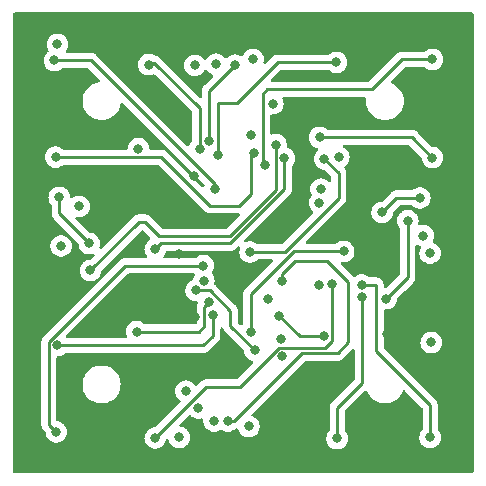
<source format=gbr>
%TF.GenerationSoftware,KiCad,Pcbnew,(6.0.1)*%
%TF.CreationDate,2022-11-17T20:37:07-05:00*%
%TF.ProjectId,ThermixelGrid,54686572-6d69-4786-956c-477269642e6b,rev?*%
%TF.SameCoordinates,Original*%
%TF.FileFunction,Copper,L2,Inr*%
%TF.FilePolarity,Positive*%
%FSLAX46Y46*%
G04 Gerber Fmt 4.6, Leading zero omitted, Abs format (unit mm)*
G04 Created by KiCad (PCBNEW (6.0.1)) date 2022-11-17 20:37:07*
%MOMM*%
%LPD*%
G01*
G04 APERTURE LIST*
%TA.AperFunction,ViaPad*%
%ADD10C,0.800000*%
%TD*%
%TA.AperFunction,Conductor*%
%ADD11C,0.250000*%
%TD*%
G04 APERTURE END LIST*
D10*
%TO.N,GND*%
X15646400Y-17932400D03*
X7213600Y-35356800D03*
X31902400Y-21793200D03*
X8839200Y-16510000D03*
X31800800Y-35763200D03*
X15785500Y-14376400D03*
X23825200Y-34544000D03*
X32207200Y-27736800D03*
X15900400Y-26314400D03*
X14782800Y-8940800D03*
X23520400Y-18034000D03*
X7518400Y-10566400D03*
X32207200Y-2692400D03*
X29819600Y-3810000D03*
X15900400Y-29921200D03*
X14579600Y-20980400D03*
X14122400Y-3403600D03*
X7366000Y-26162000D03*
%TO.N,+5V*%
X20828000Y-4470400D03*
X4267200Y-3200400D03*
X20472400Y-35560000D03*
X35814000Y-20878800D03*
X4572000Y-20269200D03*
%TO.N,SCL*%
X33934400Y-18135600D03*
X17678400Y-4876800D03*
X26582446Y-15452372D03*
X15138400Y-32562800D03*
X17526000Y-35102800D03*
X6096000Y-16916400D03*
X23167109Y-28167389D03*
X32105600Y-24739600D03*
%TO.N,SDA*%
X14579600Y-36474400D03*
X31750000Y-17424400D03*
X6959600Y-20066000D03*
X34950400Y-16205200D03*
X15900400Y-4978400D03*
X23317200Y-29616400D03*
X16205200Y-33985200D03*
X26441829Y-16626289D03*
X4419600Y-16154400D03*
%TO.N,Net-(R1-Pad2)*%
X4013200Y-4572000D03*
X17576800Y-15456500D03*
%TO.N,Net-(R2-Pad2)*%
X11988800Y-4927600D03*
X16306800Y-12039600D03*
%TO.N,Net-(R3-Pad2)*%
X17087280Y-11415216D03*
X19305230Y-4959862D03*
%TO.N,Net-(R4-Pad2)*%
X27889200Y-4724400D03*
X17859869Y-12582631D03*
%TO.N,Net-(R5-Pad2)*%
X36017200Y-4470400D03*
X21844000Y-13411200D03*
%TO.N,Net-(R6-Pad2)*%
X4114800Y-12750800D03*
X20878800Y-12395200D03*
%TO.N,Net-(R7-Pad2)*%
X11125200Y-12026300D03*
X22504400Y-8229600D03*
%TO.N,Net-(R8-Pad2)*%
X20675600Y-10906500D03*
%TO.N,Net-(R9-Pad2)*%
X28092400Y-12750800D03*
%TO.N,Net-(R10-Pad2)*%
X36017200Y-12801600D03*
X26466800Y-11074400D03*
%TO.N,Net-(R11-Pad2)*%
X22762699Y-11688299D03*
X7061200Y-22352000D03*
%TO.N,Net-(R12-Pad2)*%
X23487199Y-12852400D03*
X12547600Y-20523200D03*
%TO.N,Net-(R13-Pad2)*%
X20574000Y-20777200D03*
X26873200Y-12903200D03*
%TO.N,Net-(R14-Pad2)*%
X20624800Y-27533600D03*
X28498800Y-20726400D03*
%TO.N,Net-(R15-Pad2)*%
X35229139Y-19390062D03*
X22098000Y-24739600D03*
%TO.N,Net-(R16-Pad2)*%
X4267200Y-28702000D03*
X17424400Y-26162000D03*
%TO.N,Net-(R17-Pad2)*%
X10972800Y-27533600D03*
X17119600Y-24993600D03*
%TO.N,Net-(R18-Pad2)*%
X16002000Y-24028400D03*
X20980400Y-29108400D03*
%TO.N,Net-(R19-Pad2)*%
X23063200Y-26212800D03*
X26822400Y-27940000D03*
%TO.N,Net-(R20-Pad2)*%
X16662400Y-23215600D03*
X35915600Y-28448000D03*
%TO.N,Net-(R21-Pad2)*%
X4165600Y-36017200D03*
X16611600Y-21945600D03*
%TO.N,Net-(R22-Pad2)*%
X12547600Y-36525200D03*
X27533600Y-23524500D03*
%TO.N,Net-(R23-Pad2)*%
X23266400Y-23215600D03*
X18694400Y-35102800D03*
%TO.N,Net-(R24-Pad2)*%
X27940000Y-36576000D03*
X30073600Y-24638000D03*
X26416000Y-23571200D03*
%TO.N,Net-(R25-Pad2)*%
X35814000Y-36474400D03*
X30022800Y-23571200D03*
%TD*%
D11*
%TO.N,SCL*%
X33934400Y-22910800D02*
X33934400Y-18135600D01*
X32105600Y-24739600D02*
X33934400Y-22910800D01*
%TO.N,SDA*%
X4419600Y-17526000D02*
X6959600Y-20066000D01*
X31750000Y-17424400D02*
X32969200Y-16205200D01*
X4419600Y-16154400D02*
X4419600Y-17526000D01*
X32969200Y-16205200D02*
X34950400Y-16205200D01*
%TO.N,Net-(R1-Pad2)*%
X17576800Y-15036800D02*
X7112000Y-4572000D01*
X17576800Y-15456500D02*
X17576800Y-15036800D01*
X7112000Y-4572000D02*
X4013200Y-4572000D01*
%TO.N,Net-(R2-Pad2)*%
X11988800Y-4927600D02*
X12141200Y-4775200D01*
X16306800Y-8636000D02*
X16306800Y-12039600D01*
X12446000Y-4775200D02*
X16306800Y-8636000D01*
X12141200Y-4775200D02*
X12446000Y-4775200D01*
%TO.N,Net-(R3-Pad2)*%
X17119600Y-11382896D02*
X17119600Y-7145492D01*
X17119600Y-7145492D02*
X19305230Y-4959862D01*
X17087280Y-11415216D02*
X17119600Y-11382896D01*
%TO.N,Net-(R4-Pad2)*%
X17830800Y-8178800D02*
X17830800Y-12598400D01*
X27889200Y-4724400D02*
X22910800Y-4724400D01*
X17830800Y-12598400D02*
X17844100Y-12598400D01*
X19456400Y-8178800D02*
X17830800Y-8178800D01*
X22910800Y-4724400D02*
X19456400Y-8178800D01*
X17844100Y-12598400D02*
X17859869Y-12582631D01*
%TO.N,Net-(R5-Pad2)*%
X22047200Y-7010400D02*
X30904311Y-7010400D01*
X33444311Y-4470400D02*
X36017200Y-4470400D01*
X21844000Y-13411200D02*
X21640800Y-13208000D01*
X21640800Y-13208000D02*
X21640800Y-7416800D01*
X21640800Y-7416800D02*
X22047200Y-7010400D01*
X30904311Y-7010400D02*
X33444311Y-4470400D01*
%TO.N,Net-(R6-Pad2)*%
X20878800Y-12395200D02*
X20624800Y-12649200D01*
X17170400Y-16865600D02*
X13055600Y-12750800D01*
X19659600Y-16865600D02*
X17170400Y-16865600D01*
X13055600Y-12750800D02*
X4114800Y-12750800D01*
X20624800Y-12649200D02*
X20624800Y-15900400D01*
X20624800Y-15900400D02*
X19659600Y-16865600D01*
%TO.N,Net-(R10-Pad2)*%
X36017200Y-12801600D02*
X34290000Y-11074400D01*
X34290000Y-11074400D02*
X26466800Y-11074400D01*
%TO.N,Net-(R11-Pad2)*%
X22762699Y-15540501D02*
X22762699Y-11688299D01*
X12903200Y-19456400D02*
X18846800Y-19456400D01*
X11684000Y-18237200D02*
X12903200Y-19456400D01*
X18846800Y-19456400D02*
X22762699Y-15540501D01*
X7061200Y-22352000D02*
X11176000Y-18237200D01*
X11176000Y-18237200D02*
X11684000Y-18237200D01*
%TO.N,Net-(R12-Pad2)*%
X23487199Y-15451718D02*
X23487199Y-12852400D01*
X13004800Y-20066000D02*
X18872917Y-20066000D01*
X18872917Y-20066000D02*
X23487199Y-15451718D01*
X12547600Y-20523200D02*
X13004800Y-20066000D01*
%TO.N,Net-(R13-Pad2)*%
X20574000Y-20777200D02*
X23520400Y-20777200D01*
X28092400Y-16205200D02*
X28092400Y-14122400D01*
X23520400Y-20777200D02*
X28092400Y-16205200D01*
X28092400Y-14122400D02*
X26873200Y-12903200D01*
%TO.N,Net-(R14-Pad2)*%
X24282400Y-20726400D02*
X20624800Y-24384000D01*
X20624800Y-24384000D02*
X20624800Y-27533600D01*
X28498800Y-20726400D02*
X24282400Y-20726400D01*
%TO.N,Net-(R16-Pad2)*%
X4267200Y-28702000D02*
X16611600Y-28702000D01*
X16611600Y-28702000D02*
X17424400Y-27889200D01*
X17424400Y-27889200D02*
X17424400Y-26162000D01*
%TO.N,Net-(R17-Pad2)*%
X10972800Y-27533600D02*
X16256000Y-27533600D01*
X16699889Y-27089711D02*
X16699889Y-25413311D01*
X16699889Y-25413311D02*
X17119600Y-24993600D01*
X16256000Y-27533600D02*
X16699889Y-27089711D01*
%TO.N,Net-(R18-Pad2)*%
X18897600Y-25746986D02*
X18897600Y-27025600D01*
X17179014Y-24028400D02*
X18897600Y-25746986D01*
X16002000Y-24028400D02*
X17179014Y-24028400D01*
X18897600Y-27025600D02*
X20980400Y-29108400D01*
%TO.N,Net-(R19-Pad2)*%
X24790400Y-27940000D02*
X23063200Y-26212800D01*
X26822400Y-27940000D02*
X24790400Y-27940000D01*
%TO.N,Net-(R21-Pad2)*%
X3542689Y-28401897D02*
X9998986Y-21945600D01*
X9998986Y-21945600D02*
X16611600Y-21945600D01*
X4165600Y-36017200D02*
X3542689Y-35394289D01*
X3542689Y-35394289D02*
X3542689Y-28401897D01*
%TO.N,Net-(R22-Pad2)*%
X26916320Y-28912880D02*
X26895329Y-28891889D01*
X27546911Y-27639897D02*
X27546911Y-28282289D01*
X19701786Y-32207200D02*
X16865600Y-32207200D01*
X27533600Y-27626586D02*
X27546911Y-27639897D01*
X26895329Y-28891889D02*
X23017097Y-28891889D01*
X23017097Y-28891889D02*
X19701786Y-32207200D01*
X16865600Y-32207200D02*
X12547600Y-36525200D01*
X27546911Y-28282289D02*
X26916320Y-28912880D01*
X27533600Y-23524500D02*
X27533600Y-27626586D01*
%TO.N,Net-(R23-Pad2)*%
X18694400Y-35102800D02*
X19220204Y-35102800D01*
X19220204Y-35102800D02*
X24960604Y-29362400D01*
X24960604Y-29362400D02*
X27990800Y-29362400D01*
X28905200Y-23368000D02*
X27076400Y-21539200D01*
X27990800Y-29362400D02*
X28905200Y-28448000D01*
X23266400Y-22656800D02*
X23266400Y-23215600D01*
X24384000Y-21539200D02*
X23266400Y-22656800D01*
X28905200Y-28448000D02*
X28905200Y-23368000D01*
X27076400Y-21539200D02*
X24384000Y-21539200D01*
%TO.N,Net-(R24-Pad2)*%
X27940000Y-36576000D02*
X27940000Y-33974711D01*
X27940000Y-33974711D02*
X30073600Y-31841111D01*
X30073600Y-31841111D02*
X30073600Y-24638000D01*
%TO.N,Net-(R25-Pad2)*%
X35814000Y-36474400D02*
X35814000Y-33728711D01*
X31242000Y-23571200D02*
X30022800Y-23571200D01*
X31242000Y-29156711D02*
X31242000Y-23571200D01*
X35814000Y-33728711D02*
X31242000Y-29156711D01*
%TD*%
%TA.AperFunction,Conductor*%
%TO.N,GND*%
G36*
X39434121Y-528002D02*
G01*
X39480614Y-581658D01*
X39492000Y-634000D01*
X39492000Y-39366000D01*
X39471998Y-39434121D01*
X39418342Y-39480614D01*
X39366000Y-39492000D01*
X634000Y-39492000D01*
X565879Y-39471998D01*
X519386Y-39418342D01*
X508000Y-39366000D01*
X508000Y-28381840D01*
X2904469Y-28381840D01*
X2905215Y-28389732D01*
X2908630Y-28425858D01*
X2909189Y-28437716D01*
X2909189Y-35315522D01*
X2908662Y-35326705D01*
X2906987Y-35334198D01*
X2907236Y-35342124D01*
X2907236Y-35342125D01*
X2909127Y-35402275D01*
X2909189Y-35406234D01*
X2909189Y-35434145D01*
X2909686Y-35438079D01*
X2909686Y-35438080D01*
X2909694Y-35438145D01*
X2910627Y-35449982D01*
X2912016Y-35494178D01*
X2917667Y-35513628D01*
X2921676Y-35532989D01*
X2924215Y-35553086D01*
X2927134Y-35560457D01*
X2927134Y-35560459D01*
X2940493Y-35594201D01*
X2944338Y-35605431D01*
X2952671Y-35634115D01*
X2956671Y-35647882D01*
X2960704Y-35654701D01*
X2960706Y-35654706D01*
X2966982Y-35665317D01*
X2975677Y-35683065D01*
X2983137Y-35701906D01*
X2987799Y-35708322D01*
X2987799Y-35708323D01*
X3009125Y-35737676D01*
X3015641Y-35747596D01*
X3032886Y-35776755D01*
X3038147Y-35785651D01*
X3052468Y-35799972D01*
X3065308Y-35815005D01*
X3077217Y-35831396D01*
X3107184Y-35856187D01*
X3111294Y-35859587D01*
X3120073Y-35867577D01*
X3218478Y-35965982D01*
X3252504Y-36028294D01*
X3254692Y-36041903D01*
X3272058Y-36207128D01*
X3331073Y-36388756D01*
X3426560Y-36554144D01*
X3554347Y-36696066D01*
X3708848Y-36808318D01*
X3714876Y-36811002D01*
X3714878Y-36811003D01*
X3877281Y-36883309D01*
X3883312Y-36885994D01*
X3976713Y-36905847D01*
X4063656Y-36924328D01*
X4063661Y-36924328D01*
X4070113Y-36925700D01*
X4261087Y-36925700D01*
X4267539Y-36924328D01*
X4267544Y-36924328D01*
X4354487Y-36905847D01*
X4447888Y-36885994D01*
X4453919Y-36883309D01*
X4616322Y-36811003D01*
X4616324Y-36811002D01*
X4622352Y-36808318D01*
X4776853Y-36696066D01*
X4904640Y-36554144D01*
X5000127Y-36388756D01*
X5059142Y-36207128D01*
X5079104Y-36017200D01*
X5074311Y-35971594D01*
X5059832Y-35833835D01*
X5059832Y-35833833D01*
X5059142Y-35827272D01*
X5000127Y-35645644D01*
X4904640Y-35480256D01*
X4837991Y-35406234D01*
X4781275Y-35343245D01*
X4781274Y-35343244D01*
X4776853Y-35338334D01*
X4622352Y-35226082D01*
X4616324Y-35223398D01*
X4616322Y-35223397D01*
X4453919Y-35151091D01*
X4453918Y-35151091D01*
X4447888Y-35148406D01*
X4319509Y-35121118D01*
X4275992Y-35111868D01*
X4213518Y-35078139D01*
X4179197Y-35015990D01*
X4176189Y-34988621D01*
X4176189Y-32000000D01*
X6386526Y-32000000D01*
X6406391Y-32252403D01*
X6407545Y-32257210D01*
X6407546Y-32257216D01*
X6435313Y-32372872D01*
X6465495Y-32498591D01*
X6467388Y-32503162D01*
X6467389Y-32503164D01*
X6555458Y-32715780D01*
X6562384Y-32732502D01*
X6694672Y-32948376D01*
X6859102Y-33140898D01*
X7051624Y-33305328D01*
X7267498Y-33437616D01*
X7272068Y-33439509D01*
X7272072Y-33439511D01*
X7487662Y-33528811D01*
X7501409Y-33534505D01*
X7574852Y-33552137D01*
X7742784Y-33592454D01*
X7742790Y-33592455D01*
X7747597Y-33593609D01*
X7847416Y-33601465D01*
X7934345Y-33608307D01*
X7934352Y-33608307D01*
X7936801Y-33608500D01*
X8063199Y-33608500D01*
X8065648Y-33608307D01*
X8065655Y-33608307D01*
X8152584Y-33601465D01*
X8252403Y-33593609D01*
X8257210Y-33592455D01*
X8257216Y-33592454D01*
X8425148Y-33552137D01*
X8498591Y-33534505D01*
X8512338Y-33528811D01*
X8727928Y-33439511D01*
X8727932Y-33439509D01*
X8732502Y-33437616D01*
X8948376Y-33305328D01*
X9140898Y-33140898D01*
X9305328Y-32948376D01*
X9437616Y-32732502D01*
X9444543Y-32715780D01*
X9532611Y-32503164D01*
X9532612Y-32503162D01*
X9534505Y-32498591D01*
X9564687Y-32372872D01*
X9592454Y-32257216D01*
X9592455Y-32257210D01*
X9593609Y-32252403D01*
X9613474Y-32000000D01*
X9593609Y-31747597D01*
X9589343Y-31729824D01*
X9551726Y-31573141D01*
X9534505Y-31501409D01*
X9437616Y-31267498D01*
X9305328Y-31051624D01*
X9140898Y-30859102D01*
X8948376Y-30694672D01*
X8732502Y-30562384D01*
X8727932Y-30560491D01*
X8727928Y-30560489D01*
X8503164Y-30467389D01*
X8503162Y-30467388D01*
X8498591Y-30465495D01*
X8374831Y-30435783D01*
X8257216Y-30407546D01*
X8257210Y-30407545D01*
X8252403Y-30406391D01*
X8152584Y-30398535D01*
X8065655Y-30391693D01*
X8065648Y-30391693D01*
X8063199Y-30391500D01*
X7936801Y-30391500D01*
X7934352Y-30391693D01*
X7934345Y-30391693D01*
X7847416Y-30398535D01*
X7747597Y-30406391D01*
X7742790Y-30407545D01*
X7742784Y-30407546D01*
X7625169Y-30435783D01*
X7501409Y-30465495D01*
X7496838Y-30467388D01*
X7496836Y-30467389D01*
X7272072Y-30560489D01*
X7272068Y-30560491D01*
X7267498Y-30562384D01*
X7051624Y-30694672D01*
X6859102Y-30859102D01*
X6694672Y-31051624D01*
X6562384Y-31267498D01*
X6465495Y-31501409D01*
X6448274Y-31573141D01*
X6410658Y-31729824D01*
X6406391Y-31747597D01*
X6386526Y-32000000D01*
X4176189Y-32000000D01*
X4176189Y-29736500D01*
X4196191Y-29668379D01*
X4249847Y-29621886D01*
X4302189Y-29610500D01*
X4362687Y-29610500D01*
X4369139Y-29609128D01*
X4369144Y-29609128D01*
X4456087Y-29590647D01*
X4549488Y-29570794D01*
X4555519Y-29568109D01*
X4717922Y-29495803D01*
X4717924Y-29495802D01*
X4723952Y-29493118D01*
X4750719Y-29473671D01*
X4873114Y-29384745D01*
X4878453Y-29380866D01*
X4882868Y-29375963D01*
X4887780Y-29371540D01*
X4888905Y-29372789D01*
X4942214Y-29339949D01*
X4975400Y-29335500D01*
X16532833Y-29335500D01*
X16544016Y-29336027D01*
X16551509Y-29337702D01*
X16559435Y-29337453D01*
X16559436Y-29337453D01*
X16619586Y-29335562D01*
X16623545Y-29335500D01*
X16651456Y-29335500D01*
X16655391Y-29335003D01*
X16655456Y-29334995D01*
X16667293Y-29334062D01*
X16699551Y-29333048D01*
X16703570Y-29332922D01*
X16711489Y-29332673D01*
X16730943Y-29327021D01*
X16750300Y-29323013D01*
X16762530Y-29321468D01*
X16762531Y-29321468D01*
X16770397Y-29320474D01*
X16777768Y-29317555D01*
X16777770Y-29317555D01*
X16811512Y-29304196D01*
X16822742Y-29300351D01*
X16857583Y-29290229D01*
X16857584Y-29290229D01*
X16865193Y-29288018D01*
X16872012Y-29283985D01*
X16872017Y-29283983D01*
X16882628Y-29277707D01*
X16900376Y-29269012D01*
X16919217Y-29261552D01*
X16954987Y-29235564D01*
X16964907Y-29229048D01*
X16996135Y-29210580D01*
X16996138Y-29210578D01*
X17002962Y-29206542D01*
X17017283Y-29192221D01*
X17032317Y-29179380D01*
X17042294Y-29172131D01*
X17048707Y-29167472D01*
X17053758Y-29161367D01*
X17053763Y-29161362D01*
X17076899Y-29133396D01*
X17084887Y-29124618D01*
X17816653Y-28392852D01*
X17824939Y-28385312D01*
X17831418Y-28381200D01*
X17878044Y-28331548D01*
X17880798Y-28328707D01*
X17900535Y-28308970D01*
X17903015Y-28305773D01*
X17910720Y-28296751D01*
X17935559Y-28270300D01*
X17940986Y-28264521D01*
X17944805Y-28257575D01*
X17944807Y-28257572D01*
X17950748Y-28246766D01*
X17961599Y-28230247D01*
X17969158Y-28220501D01*
X17974014Y-28214241D01*
X17977159Y-28206972D01*
X17977162Y-28206968D01*
X17991574Y-28173663D01*
X17996791Y-28163013D01*
X18018095Y-28124260D01*
X18023133Y-28104637D01*
X18029537Y-28085934D01*
X18034433Y-28074620D01*
X18034433Y-28074619D01*
X18037581Y-28067345D01*
X18038820Y-28059522D01*
X18038823Y-28059512D01*
X18044499Y-28023676D01*
X18046905Y-28012056D01*
X18055928Y-27976911D01*
X18055928Y-27976910D01*
X18057900Y-27969230D01*
X18057900Y-27948976D01*
X18059451Y-27929265D01*
X18061380Y-27917086D01*
X18062620Y-27909257D01*
X18058459Y-27865238D01*
X18057900Y-27853381D01*
X18057900Y-27291334D01*
X18077902Y-27223213D01*
X18131558Y-27176720D01*
X18201832Y-27166616D01*
X18266412Y-27196110D01*
X18304897Y-27256183D01*
X18308682Y-27269211D01*
X18311582Y-27279193D01*
X18315615Y-27286012D01*
X18315617Y-27286017D01*
X18321893Y-27296628D01*
X18330588Y-27314376D01*
X18338048Y-27333217D01*
X18342710Y-27339633D01*
X18342710Y-27339634D01*
X18364036Y-27368987D01*
X18370552Y-27378907D01*
X18393058Y-27416962D01*
X18407379Y-27431283D01*
X18420219Y-27446316D01*
X18432128Y-27462707D01*
X18463334Y-27488523D01*
X18466205Y-27490898D01*
X18474984Y-27498888D01*
X20033278Y-29057183D01*
X20067304Y-29119495D01*
X20069493Y-29133106D01*
X20073105Y-29167472D01*
X20084691Y-29277707D01*
X20086858Y-29298328D01*
X20145873Y-29479956D01*
X20241360Y-29645344D01*
X20245778Y-29650251D01*
X20245779Y-29650252D01*
X20297137Y-29707291D01*
X20369147Y-29787266D01*
X20523648Y-29899518D01*
X20529676Y-29902202D01*
X20529678Y-29902203D01*
X20661180Y-29960751D01*
X20698112Y-29977194D01*
X20704567Y-29978566D01*
X20704570Y-29978567D01*
X20720101Y-29981868D01*
X20749686Y-29988156D01*
X20812159Y-30021884D01*
X20846480Y-30084033D01*
X20841753Y-30154872D01*
X20812584Y-30200498D01*
X19976008Y-31037073D01*
X19476286Y-31536795D01*
X19413974Y-31570821D01*
X19387191Y-31573700D01*
X16944367Y-31573700D01*
X16933184Y-31573173D01*
X16925691Y-31571498D01*
X16917765Y-31571747D01*
X16917764Y-31571747D01*
X16857614Y-31573638D01*
X16853655Y-31573700D01*
X16825744Y-31573700D01*
X16821810Y-31574197D01*
X16821809Y-31574197D01*
X16821744Y-31574205D01*
X16809907Y-31575138D01*
X16778090Y-31576138D01*
X16773629Y-31576278D01*
X16765710Y-31576527D01*
X16748054Y-31581656D01*
X16746258Y-31582178D01*
X16726906Y-31586186D01*
X16719835Y-31587080D01*
X16706803Y-31588726D01*
X16699434Y-31591643D01*
X16699432Y-31591644D01*
X16665697Y-31605000D01*
X16654469Y-31608845D01*
X16612007Y-31621182D01*
X16605185Y-31625216D01*
X16605179Y-31625219D01*
X16594568Y-31631494D01*
X16576818Y-31640190D01*
X16565356Y-31644728D01*
X16565351Y-31644731D01*
X16557983Y-31647648D01*
X16546939Y-31655672D01*
X16522225Y-31673627D01*
X16512307Y-31680143D01*
X16493619Y-31691195D01*
X16474237Y-31702658D01*
X16459913Y-31716982D01*
X16444881Y-31729821D01*
X16428493Y-31741728D01*
X16405934Y-31768997D01*
X16400312Y-31775793D01*
X16392322Y-31784573D01*
X16093695Y-32083200D01*
X16031383Y-32117226D01*
X15960568Y-32112161D01*
X15903732Y-32069614D01*
X15895484Y-32057109D01*
X15889359Y-32046500D01*
X15880742Y-32031574D01*
X15880739Y-32031569D01*
X15877440Y-32025856D01*
X15749653Y-31883934D01*
X15607106Y-31780367D01*
X15600494Y-31775563D01*
X15600493Y-31775562D01*
X15595152Y-31771682D01*
X15589124Y-31768998D01*
X15589122Y-31768997D01*
X15426719Y-31696691D01*
X15426718Y-31696691D01*
X15420688Y-31694006D01*
X15324813Y-31673627D01*
X15240344Y-31655672D01*
X15240339Y-31655672D01*
X15233887Y-31654300D01*
X15042913Y-31654300D01*
X15036461Y-31655672D01*
X15036456Y-31655672D01*
X14951987Y-31673627D01*
X14856112Y-31694006D01*
X14850082Y-31696691D01*
X14850081Y-31696691D01*
X14687678Y-31768997D01*
X14687676Y-31768998D01*
X14681648Y-31771682D01*
X14676307Y-31775562D01*
X14676306Y-31775563D01*
X14669694Y-31780367D01*
X14527147Y-31883934D01*
X14399360Y-32025856D01*
X14303873Y-32191244D01*
X14244858Y-32372872D01*
X14244168Y-32379433D01*
X14244168Y-32379435D01*
X14231164Y-32503164D01*
X14224896Y-32562800D01*
X14225586Y-32569365D01*
X14243601Y-32740764D01*
X14244858Y-32752728D01*
X14303873Y-32934356D01*
X14307176Y-32940078D01*
X14307177Y-32940079D01*
X14311967Y-32948376D01*
X14399360Y-33099744D01*
X14403778Y-33104651D01*
X14403779Y-33104652D01*
X14522725Y-33236755D01*
X14527147Y-33241666D01*
X14629472Y-33316010D01*
X14644154Y-33326677D01*
X14687507Y-33382900D01*
X14693582Y-33453636D01*
X14659187Y-33517708D01*
X12597100Y-35579795D01*
X12534788Y-35613821D01*
X12508005Y-35616700D01*
X12452113Y-35616700D01*
X12445661Y-35618072D01*
X12445656Y-35618072D01*
X12370601Y-35634026D01*
X12265312Y-35656406D01*
X12259282Y-35659091D01*
X12259281Y-35659091D01*
X12096878Y-35731397D01*
X12096876Y-35731398D01*
X12090848Y-35734082D01*
X12085507Y-35737962D01*
X12085506Y-35737963D01*
X12069038Y-35749928D01*
X11936347Y-35846334D01*
X11931926Y-35851244D01*
X11931925Y-35851245D01*
X11823563Y-35971594D01*
X11808560Y-35988256D01*
X11713073Y-36153644D01*
X11654058Y-36335272D01*
X11653368Y-36341833D01*
X11653368Y-36341835D01*
X11640125Y-36467835D01*
X11634096Y-36525200D01*
X11634786Y-36531765D01*
X11652463Y-36699949D01*
X11654058Y-36715128D01*
X11713073Y-36896756D01*
X11808560Y-37062144D01*
X11812978Y-37067051D01*
X11812979Y-37067052D01*
X11894103Y-37157149D01*
X11936347Y-37204066D01*
X12090848Y-37316318D01*
X12096876Y-37319002D01*
X12096878Y-37319003D01*
X12240394Y-37382900D01*
X12265312Y-37393994D01*
X12358713Y-37413847D01*
X12445656Y-37432328D01*
X12445661Y-37432328D01*
X12452113Y-37433700D01*
X12643087Y-37433700D01*
X12649539Y-37432328D01*
X12649544Y-37432328D01*
X12736487Y-37413847D01*
X12829888Y-37393994D01*
X12854806Y-37382900D01*
X12998322Y-37319003D01*
X12998324Y-37319002D01*
X13004352Y-37316318D01*
X13158853Y-37204066D01*
X13201097Y-37157149D01*
X13282221Y-37067052D01*
X13282222Y-37067051D01*
X13286640Y-37062144D01*
X13382127Y-36896756D01*
X13441142Y-36715128D01*
X13443075Y-36696737D01*
X13470090Y-36631081D01*
X13528312Y-36590452D01*
X13599257Y-36587751D01*
X13660401Y-36623834D01*
X13688217Y-36670972D01*
X13745073Y-36845956D01*
X13840560Y-37011344D01*
X13844978Y-37016251D01*
X13844979Y-37016252D01*
X13926892Y-37107226D01*
X13968347Y-37153266D01*
X14122848Y-37265518D01*
X14128876Y-37268202D01*
X14128878Y-37268203D01*
X14291281Y-37340509D01*
X14297312Y-37343194D01*
X14390713Y-37363047D01*
X14477656Y-37381528D01*
X14477661Y-37381528D01*
X14484113Y-37382900D01*
X14675087Y-37382900D01*
X14681539Y-37381528D01*
X14681544Y-37381528D01*
X14768487Y-37363047D01*
X14861888Y-37343194D01*
X14867919Y-37340509D01*
X15030322Y-37268203D01*
X15030324Y-37268202D01*
X15036352Y-37265518D01*
X15190853Y-37153266D01*
X15232308Y-37107226D01*
X15314221Y-37016252D01*
X15314222Y-37016251D01*
X15318640Y-37011344D01*
X15414127Y-36845956D01*
X15473142Y-36664328D01*
X15476637Y-36631081D01*
X15492414Y-36480965D01*
X15493104Y-36474400D01*
X15488311Y-36428794D01*
X15473832Y-36291035D01*
X15473832Y-36291033D01*
X15473142Y-36284472D01*
X15414127Y-36102844D01*
X15318640Y-35937456D01*
X15244514Y-35855130D01*
X15195275Y-35800445D01*
X15195274Y-35800444D01*
X15190853Y-35795534D01*
X15059730Y-35700267D01*
X15041694Y-35687163D01*
X15041693Y-35687162D01*
X15036352Y-35683282D01*
X15030324Y-35680598D01*
X15030322Y-35680597D01*
X14867919Y-35608291D01*
X14867918Y-35608291D01*
X14861888Y-35605606D01*
X14760926Y-35584146D01*
X14677526Y-35566418D01*
X14615052Y-35532689D01*
X14580731Y-35470540D01*
X14585459Y-35399701D01*
X14614628Y-35354076D01*
X15362987Y-34605717D01*
X15425299Y-34571691D01*
X15496114Y-34576756D01*
X15545718Y-34610502D01*
X15582633Y-34651500D01*
X15593947Y-34664066D01*
X15693043Y-34736064D01*
X15734518Y-34766197D01*
X15748448Y-34776318D01*
X15754476Y-34779002D01*
X15754478Y-34779003D01*
X15916881Y-34851309D01*
X15922912Y-34853994D01*
X16016312Y-34873847D01*
X16103256Y-34892328D01*
X16103261Y-34892328D01*
X16109713Y-34893700D01*
X16300687Y-34893700D01*
X16307139Y-34892328D01*
X16307144Y-34892328D01*
X16472466Y-34857187D01*
X16543257Y-34862589D01*
X16599889Y-34905406D01*
X16624383Y-34972043D01*
X16623973Y-34993602D01*
X16612496Y-35102800D01*
X16613186Y-35109365D01*
X16617572Y-35151091D01*
X16632458Y-35292728D01*
X16691473Y-35474356D01*
X16786960Y-35639744D01*
X16791378Y-35644651D01*
X16791379Y-35644652D01*
X16871902Y-35734082D01*
X16914747Y-35781666D01*
X17069248Y-35893918D01*
X17075276Y-35896602D01*
X17075278Y-35896603D01*
X17231107Y-35965982D01*
X17243712Y-35971594D01*
X17337112Y-35991447D01*
X17424056Y-36009928D01*
X17424061Y-36009928D01*
X17430513Y-36011300D01*
X17621487Y-36011300D01*
X17627939Y-36009928D01*
X17627944Y-36009928D01*
X17714888Y-35991447D01*
X17808288Y-35971594D01*
X17820893Y-35965982D01*
X17976722Y-35896603D01*
X17976724Y-35896602D01*
X17982752Y-35893918D01*
X18030005Y-35859587D01*
X18036139Y-35855130D01*
X18103007Y-35831271D01*
X18172158Y-35847352D01*
X18184261Y-35855130D01*
X18190396Y-35859587D01*
X18237648Y-35893918D01*
X18243676Y-35896602D01*
X18243678Y-35896603D01*
X18399507Y-35965982D01*
X18412112Y-35971594D01*
X18505512Y-35991447D01*
X18592456Y-36009928D01*
X18592461Y-36009928D01*
X18598913Y-36011300D01*
X18789887Y-36011300D01*
X18796339Y-36009928D01*
X18796344Y-36009928D01*
X18883288Y-35991447D01*
X18976688Y-35971594D01*
X18989293Y-35965982D01*
X19145122Y-35896603D01*
X19145124Y-35896602D01*
X19151152Y-35893918D01*
X19193203Y-35863366D01*
X19300309Y-35785549D01*
X19300311Y-35785547D01*
X19305653Y-35781666D01*
X19310071Y-35776759D01*
X19310078Y-35776753D01*
X19330072Y-35754547D01*
X19380162Y-35724203D01*
X19379002Y-35721274D01*
X19420116Y-35704996D01*
X19431335Y-35701154D01*
X19434388Y-35700267D01*
X19505383Y-35700463D01*
X19565003Y-35739012D01*
X19589384Y-35782324D01*
X19601949Y-35820994D01*
X19637873Y-35931556D01*
X19641176Y-35937278D01*
X19641177Y-35937279D01*
X19657749Y-35965982D01*
X19733360Y-36096944D01*
X19861147Y-36238866D01*
X20015648Y-36351118D01*
X20021676Y-36353802D01*
X20021678Y-36353803D01*
X20184081Y-36426109D01*
X20190112Y-36428794D01*
X20283513Y-36448647D01*
X20370456Y-36467128D01*
X20370461Y-36467128D01*
X20376913Y-36468500D01*
X20567887Y-36468500D01*
X20574339Y-36467128D01*
X20574344Y-36467128D01*
X20661287Y-36448647D01*
X20754688Y-36428794D01*
X20760719Y-36426109D01*
X20923122Y-36353803D01*
X20923124Y-36353802D01*
X20929152Y-36351118D01*
X21083653Y-36238866D01*
X21211440Y-36096944D01*
X21287051Y-35965982D01*
X21303623Y-35937279D01*
X21303624Y-35937278D01*
X21306927Y-35931556D01*
X21365942Y-35749928D01*
X21367090Y-35739012D01*
X21385214Y-35566565D01*
X21385904Y-35560000D01*
X21376903Y-35474356D01*
X21366632Y-35376635D01*
X21366632Y-35376633D01*
X21365942Y-35370072D01*
X21306927Y-35188444D01*
X21211440Y-35023056D01*
X21094968Y-34893700D01*
X21088075Y-34886045D01*
X21088074Y-34886044D01*
X21083653Y-34881134D01*
X20984557Y-34809136D01*
X20934494Y-34772763D01*
X20934493Y-34772762D01*
X20929152Y-34768882D01*
X20923124Y-34766198D01*
X20923122Y-34766197D01*
X20765110Y-34695846D01*
X20711014Y-34649866D01*
X20690365Y-34581939D01*
X20709717Y-34513631D01*
X20727264Y-34491644D01*
X25186103Y-30032805D01*
X25248415Y-29998779D01*
X25275198Y-29995900D01*
X27912033Y-29995900D01*
X27923216Y-29996427D01*
X27930709Y-29998102D01*
X27938635Y-29997853D01*
X27938636Y-29997853D01*
X27998786Y-29995962D01*
X28002745Y-29995900D01*
X28030656Y-29995900D01*
X28034591Y-29995403D01*
X28034656Y-29995395D01*
X28046493Y-29994462D01*
X28078751Y-29993448D01*
X28082770Y-29993322D01*
X28090689Y-29993073D01*
X28110143Y-29987421D01*
X28129500Y-29983413D01*
X28141730Y-29981868D01*
X28141731Y-29981868D01*
X28149597Y-29980874D01*
X28156968Y-29977955D01*
X28156970Y-29977955D01*
X28190712Y-29964596D01*
X28201942Y-29960751D01*
X28236783Y-29950629D01*
X28236784Y-29950629D01*
X28244393Y-29948418D01*
X28251212Y-29944385D01*
X28251217Y-29944383D01*
X28261828Y-29938107D01*
X28279576Y-29929412D01*
X28298417Y-29921952D01*
X28334187Y-29895964D01*
X28344107Y-29889448D01*
X28375335Y-29870980D01*
X28375338Y-29870978D01*
X28382162Y-29866942D01*
X28396483Y-29852621D01*
X28411517Y-29839780D01*
X28421494Y-29832531D01*
X28427907Y-29827872D01*
X28432958Y-29821767D01*
X28432963Y-29821762D01*
X28456099Y-29793796D01*
X28464087Y-29785018D01*
X29225005Y-29024100D01*
X29287317Y-28990074D01*
X29358132Y-28995139D01*
X29414968Y-29037686D01*
X29439779Y-29104206D01*
X29440100Y-29113195D01*
X29440100Y-31526517D01*
X29420098Y-31594638D01*
X29403195Y-31615612D01*
X28462571Y-32556235D01*
X27547747Y-33471059D01*
X27539461Y-33478599D01*
X27532982Y-33482711D01*
X27527557Y-33488488D01*
X27486357Y-33532362D01*
X27483602Y-33535204D01*
X27463865Y-33554941D01*
X27461385Y-33558138D01*
X27453682Y-33567158D01*
X27423414Y-33599390D01*
X27419595Y-33606336D01*
X27419593Y-33606339D01*
X27413652Y-33617145D01*
X27402801Y-33633664D01*
X27390386Y-33649670D01*
X27387241Y-33656939D01*
X27387238Y-33656943D01*
X27372826Y-33690248D01*
X27367609Y-33700898D01*
X27346305Y-33739651D01*
X27344334Y-33747326D01*
X27344334Y-33747327D01*
X27341267Y-33759273D01*
X27334863Y-33777977D01*
X27326819Y-33796566D01*
X27325580Y-33804389D01*
X27325577Y-33804399D01*
X27319901Y-33840235D01*
X27317495Y-33851855D01*
X27306500Y-33894681D01*
X27306500Y-33914935D01*
X27304949Y-33934645D01*
X27301780Y-33954654D01*
X27302526Y-33962546D01*
X27305941Y-33998672D01*
X27306500Y-34010530D01*
X27306500Y-35873476D01*
X27286498Y-35941597D01*
X27274142Y-35957779D01*
X27200960Y-36039056D01*
X27105473Y-36204444D01*
X27046458Y-36386072D01*
X27045768Y-36392633D01*
X27045768Y-36392635D01*
X27037174Y-36474400D01*
X27026496Y-36576000D01*
X27027186Y-36582565D01*
X27041779Y-36721406D01*
X27046458Y-36765928D01*
X27105473Y-36947556D01*
X27200960Y-37112944D01*
X27205378Y-37117851D01*
X27205379Y-37117852D01*
X27286503Y-37207949D01*
X27328747Y-37254866D01*
X27347104Y-37268203D01*
X27450320Y-37343194D01*
X27483248Y-37367118D01*
X27489276Y-37369802D01*
X27489278Y-37369803D01*
X27632794Y-37433700D01*
X27657712Y-37444794D01*
X27751113Y-37464647D01*
X27838056Y-37483128D01*
X27838061Y-37483128D01*
X27844513Y-37484500D01*
X28035487Y-37484500D01*
X28041939Y-37483128D01*
X28041944Y-37483128D01*
X28128887Y-37464647D01*
X28222288Y-37444794D01*
X28247206Y-37433700D01*
X28390722Y-37369803D01*
X28390724Y-37369802D01*
X28396752Y-37367118D01*
X28429681Y-37343194D01*
X28532896Y-37268203D01*
X28551253Y-37254866D01*
X28593497Y-37207949D01*
X28674621Y-37117852D01*
X28674622Y-37117851D01*
X28679040Y-37112944D01*
X28774527Y-36947556D01*
X28833542Y-36765928D01*
X28838222Y-36721406D01*
X28852814Y-36582565D01*
X28853504Y-36576000D01*
X28842826Y-36474400D01*
X28834232Y-36392635D01*
X28834232Y-36392633D01*
X28833542Y-36386072D01*
X28774527Y-36204444D01*
X28679040Y-36039056D01*
X28605863Y-35957785D01*
X28575147Y-35893779D01*
X28573500Y-35873476D01*
X28573500Y-34289305D01*
X28593502Y-34221184D01*
X28610405Y-34200210D01*
X30287204Y-32523411D01*
X30349516Y-32489385D01*
X30420331Y-32494450D01*
X30477167Y-32536997D01*
X30492706Y-32564285D01*
X30528751Y-32651305D01*
X30555458Y-32715780D01*
X30562384Y-32732502D01*
X30694672Y-32948376D01*
X30859102Y-33140898D01*
X31051624Y-33305328D01*
X31267498Y-33437616D01*
X31272068Y-33439509D01*
X31272072Y-33439511D01*
X31487662Y-33528811D01*
X31501409Y-33534505D01*
X31574852Y-33552137D01*
X31742784Y-33592454D01*
X31742790Y-33592455D01*
X31747597Y-33593609D01*
X31847416Y-33601465D01*
X31934345Y-33608307D01*
X31934352Y-33608307D01*
X31936801Y-33608500D01*
X32063199Y-33608500D01*
X32065648Y-33608307D01*
X32065655Y-33608307D01*
X32152584Y-33601465D01*
X32252403Y-33593609D01*
X32257210Y-33592455D01*
X32257216Y-33592454D01*
X32425148Y-33552137D01*
X32498591Y-33534505D01*
X32512338Y-33528811D01*
X32727928Y-33439511D01*
X32727932Y-33439509D01*
X32732502Y-33437616D01*
X32948376Y-33305328D01*
X33140898Y-33140898D01*
X33305328Y-32948376D01*
X33437616Y-32732502D01*
X33444543Y-32715780D01*
X33471249Y-32651305D01*
X33507293Y-32564287D01*
X33551840Y-32509007D01*
X33619203Y-32486586D01*
X33687995Y-32504144D01*
X33712796Y-32523411D01*
X35143595Y-33954210D01*
X35177621Y-34016522D01*
X35180500Y-34043305D01*
X35180500Y-35771876D01*
X35160498Y-35839997D01*
X35148142Y-35856179D01*
X35074960Y-35937456D01*
X34979473Y-36102844D01*
X34920458Y-36284472D01*
X34919768Y-36291033D01*
X34919768Y-36291035D01*
X34905289Y-36428794D01*
X34900496Y-36474400D01*
X34901186Y-36480965D01*
X34916964Y-36631081D01*
X34920458Y-36664328D01*
X34979473Y-36845956D01*
X35074960Y-37011344D01*
X35079378Y-37016251D01*
X35079379Y-37016252D01*
X35161292Y-37107226D01*
X35202747Y-37153266D01*
X35357248Y-37265518D01*
X35363276Y-37268202D01*
X35363278Y-37268203D01*
X35525681Y-37340509D01*
X35531712Y-37343194D01*
X35625113Y-37363047D01*
X35712056Y-37381528D01*
X35712061Y-37381528D01*
X35718513Y-37382900D01*
X35909487Y-37382900D01*
X35915939Y-37381528D01*
X35915944Y-37381528D01*
X36002887Y-37363047D01*
X36096288Y-37343194D01*
X36102319Y-37340509D01*
X36264722Y-37268203D01*
X36264724Y-37268202D01*
X36270752Y-37265518D01*
X36425253Y-37153266D01*
X36466708Y-37107226D01*
X36548621Y-37016252D01*
X36548622Y-37016251D01*
X36553040Y-37011344D01*
X36648527Y-36845956D01*
X36707542Y-36664328D01*
X36711037Y-36631081D01*
X36726814Y-36480965D01*
X36727504Y-36474400D01*
X36722711Y-36428794D01*
X36708232Y-36291035D01*
X36708232Y-36291033D01*
X36707542Y-36284472D01*
X36648527Y-36102844D01*
X36553040Y-35937456D01*
X36479863Y-35856185D01*
X36449147Y-35792179D01*
X36447500Y-35771876D01*
X36447500Y-33807474D01*
X36448027Y-33796290D01*
X36449701Y-33788802D01*
X36447562Y-33720743D01*
X36447500Y-33716786D01*
X36447500Y-33688855D01*
X36446994Y-33684849D01*
X36446061Y-33673003D01*
X36445557Y-33656943D01*
X36444673Y-33628821D01*
X36439022Y-33609369D01*
X36435014Y-33590017D01*
X36433468Y-33577779D01*
X36433467Y-33577777D01*
X36432474Y-33569914D01*
X36416194Y-33528797D01*
X36412359Y-33517596D01*
X36400018Y-33475117D01*
X36395985Y-33468298D01*
X36395983Y-33468293D01*
X36389707Y-33457682D01*
X36381010Y-33439932D01*
X36373552Y-33421094D01*
X36347571Y-33385334D01*
X36341053Y-33375412D01*
X36322578Y-33344171D01*
X36322574Y-33344166D01*
X36318542Y-33337348D01*
X36304218Y-33323024D01*
X36291376Y-33307989D01*
X36287110Y-33302117D01*
X36279472Y-33291604D01*
X36245406Y-33263422D01*
X36236627Y-33255433D01*
X31912405Y-28931211D01*
X31878379Y-28868899D01*
X31875500Y-28842116D01*
X31875500Y-28448000D01*
X35002096Y-28448000D01*
X35002786Y-28454565D01*
X35015673Y-28577174D01*
X35022058Y-28637928D01*
X35081073Y-28819556D01*
X35176560Y-28984944D01*
X35180978Y-28989851D01*
X35180979Y-28989852D01*
X35299925Y-29121955D01*
X35304347Y-29126866D01*
X35458848Y-29239118D01*
X35464876Y-29241802D01*
X35464878Y-29241803D01*
X35591836Y-29298328D01*
X35633312Y-29316794D01*
X35718978Y-29335003D01*
X35813656Y-29355128D01*
X35813661Y-29355128D01*
X35820113Y-29356500D01*
X36011087Y-29356500D01*
X36017539Y-29355128D01*
X36017544Y-29355128D01*
X36112222Y-29335003D01*
X36197888Y-29316794D01*
X36239364Y-29298328D01*
X36366322Y-29241803D01*
X36366324Y-29241802D01*
X36372352Y-29239118D01*
X36526853Y-29126866D01*
X36531275Y-29121955D01*
X36650221Y-28989852D01*
X36650222Y-28989851D01*
X36654640Y-28984944D01*
X36750127Y-28819556D01*
X36809142Y-28637928D01*
X36815528Y-28577174D01*
X36828414Y-28454565D01*
X36829104Y-28448000D01*
X36820233Y-28363595D01*
X36809832Y-28264635D01*
X36809832Y-28264633D01*
X36809142Y-28258072D01*
X36750127Y-28076444D01*
X36654640Y-27911056D01*
X36526853Y-27769134D01*
X36372352Y-27656882D01*
X36366324Y-27654198D01*
X36366322Y-27654197D01*
X36203919Y-27581891D01*
X36203918Y-27581891D01*
X36197888Y-27579206D01*
X36104487Y-27559353D01*
X36017544Y-27540872D01*
X36017539Y-27540872D01*
X36011087Y-27539500D01*
X35820113Y-27539500D01*
X35813661Y-27540872D01*
X35813656Y-27540872D01*
X35726713Y-27559353D01*
X35633312Y-27579206D01*
X35627282Y-27581891D01*
X35627281Y-27581891D01*
X35464878Y-27654197D01*
X35464876Y-27654198D01*
X35458848Y-27656882D01*
X35304347Y-27769134D01*
X35176560Y-27911056D01*
X35081073Y-28076444D01*
X35022058Y-28258072D01*
X35021368Y-28264633D01*
X35021368Y-28264635D01*
X35010967Y-28363595D01*
X35002096Y-28448000D01*
X31875500Y-28448000D01*
X31875500Y-25773195D01*
X31895502Y-25705074D01*
X31949158Y-25658581D01*
X32010113Y-25648629D01*
X32010113Y-25648100D01*
X32201087Y-25648100D01*
X32207539Y-25646728D01*
X32207544Y-25646728D01*
X32297353Y-25627638D01*
X32387888Y-25608394D01*
X32395592Y-25604964D01*
X32556322Y-25533403D01*
X32556324Y-25533402D01*
X32562352Y-25530718D01*
X32716853Y-25418466D01*
X32721275Y-25413555D01*
X32840221Y-25281452D01*
X32840222Y-25281451D01*
X32844640Y-25276544D01*
X32940127Y-25111156D01*
X32999142Y-24929528D01*
X33002541Y-24897194D01*
X33016507Y-24764307D01*
X33043520Y-24698650D01*
X33052722Y-24688382D01*
X33678617Y-24062488D01*
X34326653Y-23414452D01*
X34334939Y-23406912D01*
X34341418Y-23402800D01*
X34388044Y-23353148D01*
X34390798Y-23350307D01*
X34410535Y-23330570D01*
X34413015Y-23327373D01*
X34420720Y-23318351D01*
X34438587Y-23299325D01*
X34450986Y-23286121D01*
X34454805Y-23279175D01*
X34454807Y-23279172D01*
X34460748Y-23268366D01*
X34471599Y-23251847D01*
X34471959Y-23251383D01*
X34484014Y-23235841D01*
X34487159Y-23228572D01*
X34487162Y-23228568D01*
X34501574Y-23195263D01*
X34506791Y-23184613D01*
X34528095Y-23145860D01*
X34533133Y-23126237D01*
X34539537Y-23107534D01*
X34544433Y-23096220D01*
X34544433Y-23096219D01*
X34547581Y-23088945D01*
X34548820Y-23081122D01*
X34548823Y-23081112D01*
X34554499Y-23045276D01*
X34556905Y-23033656D01*
X34565928Y-22998511D01*
X34565928Y-22998510D01*
X34567900Y-22990830D01*
X34567900Y-22970576D01*
X34569451Y-22950865D01*
X34571380Y-22938686D01*
X34572620Y-22930857D01*
X34568459Y-22886838D01*
X34567900Y-22874981D01*
X34567900Y-20279900D01*
X34587902Y-20211779D01*
X34641558Y-20165286D01*
X34711832Y-20155182D01*
X34760732Y-20175031D01*
X34761328Y-20173998D01*
X34767046Y-20177299D01*
X34772387Y-20181180D01*
X34778415Y-20183864D01*
X34778417Y-20183865D01*
X34940822Y-20256172D01*
X34940824Y-20256173D01*
X34946851Y-20258856D01*
X34948843Y-20259280D01*
X35006051Y-20298397D01*
X35033689Y-20363794D01*
X35021582Y-20433750D01*
X35017643Y-20441132D01*
X34979473Y-20507244D01*
X34920458Y-20688872D01*
X34919768Y-20695433D01*
X34919768Y-20695435D01*
X34903183Y-20853237D01*
X34900496Y-20878800D01*
X34901186Y-20885365D01*
X34909780Y-20967128D01*
X34920458Y-21068728D01*
X34979473Y-21250356D01*
X34982776Y-21256078D01*
X34982777Y-21256079D01*
X34988929Y-21266734D01*
X35074960Y-21415744D01*
X35079378Y-21420651D01*
X35079379Y-21420652D01*
X35169015Y-21520203D01*
X35202747Y-21557666D01*
X35296518Y-21625795D01*
X35324320Y-21645994D01*
X35357248Y-21669918D01*
X35363276Y-21672602D01*
X35363278Y-21672603D01*
X35525681Y-21744909D01*
X35531712Y-21747594D01*
X35625112Y-21767447D01*
X35712056Y-21785928D01*
X35712061Y-21785928D01*
X35718513Y-21787300D01*
X35909487Y-21787300D01*
X35915939Y-21785928D01*
X35915944Y-21785928D01*
X36002888Y-21767447D01*
X36096288Y-21747594D01*
X36102319Y-21744909D01*
X36264722Y-21672603D01*
X36264724Y-21672602D01*
X36270752Y-21669918D01*
X36303681Y-21645994D01*
X36331482Y-21625795D01*
X36425253Y-21557666D01*
X36458985Y-21520203D01*
X36548621Y-21420652D01*
X36548622Y-21420651D01*
X36553040Y-21415744D01*
X36639071Y-21266734D01*
X36645223Y-21256079D01*
X36645224Y-21256078D01*
X36648527Y-21250356D01*
X36707542Y-21068728D01*
X36718221Y-20967128D01*
X36726814Y-20885365D01*
X36727504Y-20878800D01*
X36724817Y-20853237D01*
X36708232Y-20695435D01*
X36708232Y-20695433D01*
X36707542Y-20688872D01*
X36648527Y-20507244D01*
X36553040Y-20341856D01*
X36513910Y-20298397D01*
X36429675Y-20204845D01*
X36429674Y-20204844D01*
X36425253Y-20199934D01*
X36270752Y-20087682D01*
X36264724Y-20084998D01*
X36264722Y-20084997D01*
X36102317Y-20012690D01*
X36102315Y-20012689D01*
X36096288Y-20010006D01*
X36094296Y-20009582D01*
X36037088Y-19970465D01*
X36009450Y-19905068D01*
X36021557Y-19835112D01*
X36025496Y-19827730D01*
X36063666Y-19761618D01*
X36122681Y-19579990D01*
X36127434Y-19534774D01*
X36141953Y-19396627D01*
X36142643Y-19390062D01*
X36122681Y-19200134D01*
X36063666Y-19018506D01*
X35968179Y-18853118D01*
X35954679Y-18838124D01*
X35844814Y-18716107D01*
X35844813Y-18716106D01*
X35840392Y-18711196D01*
X35685891Y-18598944D01*
X35679863Y-18596260D01*
X35679861Y-18596259D01*
X35517458Y-18523953D01*
X35517457Y-18523953D01*
X35511427Y-18521268D01*
X35415467Y-18500871D01*
X35331083Y-18482934D01*
X35331078Y-18482934D01*
X35324626Y-18481562D01*
X35133652Y-18481562D01*
X35127200Y-18482934D01*
X35127195Y-18482934D01*
X34964272Y-18517565D01*
X34893481Y-18512163D01*
X34836849Y-18469346D01*
X34812355Y-18402709D01*
X34818242Y-18355382D01*
X34825902Y-18331806D01*
X34827942Y-18325528D01*
X34831341Y-18293194D01*
X34847214Y-18142165D01*
X34847904Y-18135600D01*
X34833135Y-17995077D01*
X34828632Y-17952235D01*
X34828632Y-17952233D01*
X34827942Y-17945672D01*
X34768927Y-17764044D01*
X34759075Y-17746979D01*
X34717362Y-17674731D01*
X34673440Y-17598656D01*
X34652825Y-17575760D01*
X34550075Y-17461645D01*
X34550074Y-17461644D01*
X34545653Y-17456734D01*
X34430654Y-17373182D01*
X34396494Y-17348363D01*
X34396493Y-17348362D01*
X34391152Y-17344482D01*
X34385124Y-17341798D01*
X34385122Y-17341797D01*
X34222719Y-17269491D01*
X34222718Y-17269491D01*
X34216688Y-17266806D01*
X34095446Y-17241035D01*
X34036344Y-17228472D01*
X34036339Y-17228472D01*
X34029887Y-17227100D01*
X33838913Y-17227100D01*
X33832461Y-17228472D01*
X33832456Y-17228472D01*
X33773354Y-17241035D01*
X33652112Y-17266806D01*
X33646082Y-17269491D01*
X33646081Y-17269491D01*
X33483678Y-17341797D01*
X33483676Y-17341798D01*
X33477648Y-17344482D01*
X33472307Y-17348362D01*
X33472306Y-17348363D01*
X33438146Y-17373182D01*
X33323147Y-17456734D01*
X33318726Y-17461644D01*
X33318725Y-17461645D01*
X33215976Y-17575760D01*
X33195360Y-17598656D01*
X33151438Y-17674731D01*
X33109726Y-17746979D01*
X33099873Y-17764044D01*
X33040858Y-17945672D01*
X33040168Y-17952233D01*
X33040168Y-17952235D01*
X33035665Y-17995077D01*
X33020896Y-18135600D01*
X33021586Y-18142165D01*
X33037460Y-18293194D01*
X33040858Y-18325528D01*
X33099873Y-18507156D01*
X33103176Y-18512878D01*
X33103177Y-18512879D01*
X33109571Y-18523953D01*
X33195360Y-18672544D01*
X33268537Y-18753815D01*
X33299253Y-18817821D01*
X33300900Y-18838124D01*
X33300900Y-22596206D01*
X33280898Y-22664327D01*
X33263995Y-22685301D01*
X32155100Y-23794195D01*
X32092788Y-23828221D01*
X32066005Y-23831100D01*
X32010113Y-23831100D01*
X32010113Y-23830482D01*
X31944829Y-23818541D01*
X31892984Y-23770038D01*
X31875500Y-23706005D01*
X31875500Y-23642993D01*
X31877732Y-23619384D01*
X31877790Y-23619081D01*
X31877790Y-23619077D01*
X31879275Y-23611294D01*
X31875749Y-23555249D01*
X31875500Y-23547338D01*
X31875500Y-23531344D01*
X31873494Y-23515470D01*
X31872751Y-23507602D01*
X31872328Y-23500868D01*
X31869225Y-23451550D01*
X31866679Y-23443713D01*
X31861506Y-23420569D01*
X31861468Y-23420265D01*
X31861467Y-23420260D01*
X31860474Y-23412403D01*
X31857558Y-23405038D01*
X31857557Y-23405034D01*
X31839801Y-23360189D01*
X31837129Y-23352770D01*
X31819764Y-23299325D01*
X31815514Y-23292628D01*
X31815350Y-23292369D01*
X31804585Y-23271242D01*
X31804471Y-23270954D01*
X31804468Y-23270949D01*
X31801552Y-23263583D01*
X31796896Y-23257175D01*
X31796893Y-23257169D01*
X31768542Y-23218148D01*
X31764092Y-23211601D01*
X31762464Y-23209035D01*
X31734000Y-23164182D01*
X31727993Y-23158541D01*
X31712312Y-23140754D01*
X31712134Y-23140509D01*
X31712132Y-23140507D01*
X31707472Y-23134093D01*
X31701362Y-23129038D01*
X31664204Y-23098297D01*
X31658270Y-23093066D01*
X31623102Y-23060042D01*
X31623099Y-23060040D01*
X31617321Y-23054614D01*
X31610097Y-23050642D01*
X31590494Y-23037319D01*
X31590254Y-23037120D01*
X31590247Y-23037116D01*
X31584144Y-23032067D01*
X31533324Y-23008153D01*
X31526292Y-23004571D01*
X31477060Y-22977505D01*
X31469385Y-22975535D01*
X31469379Y-22975532D01*
X31469081Y-22975456D01*
X31446772Y-22967424D01*
X31446497Y-22967294D01*
X31446489Y-22967291D01*
X31439318Y-22963917D01*
X31384151Y-22953394D01*
X31376442Y-22951671D01*
X31342449Y-22942943D01*
X31329707Y-22939671D01*
X31329706Y-22939671D01*
X31322030Y-22937700D01*
X31313793Y-22937700D01*
X31290184Y-22935468D01*
X31289881Y-22935410D01*
X31289877Y-22935410D01*
X31282094Y-22933925D01*
X31226049Y-22937451D01*
X31218138Y-22937700D01*
X30731000Y-22937700D01*
X30662879Y-22917698D01*
X30643653Y-22901357D01*
X30643380Y-22901660D01*
X30638468Y-22897237D01*
X30634053Y-22892334D01*
X30576238Y-22850329D01*
X30484894Y-22783963D01*
X30484893Y-22783962D01*
X30479552Y-22780082D01*
X30473524Y-22777398D01*
X30473522Y-22777397D01*
X30311119Y-22705091D01*
X30311118Y-22705091D01*
X30305088Y-22702406D01*
X30193354Y-22678656D01*
X30124744Y-22664072D01*
X30124739Y-22664072D01*
X30118287Y-22662700D01*
X29927313Y-22662700D01*
X29920861Y-22664072D01*
X29920856Y-22664072D01*
X29852246Y-22678656D01*
X29740512Y-22702406D01*
X29734482Y-22705091D01*
X29734481Y-22705091D01*
X29572078Y-22777397D01*
X29572076Y-22777398D01*
X29566048Y-22780082D01*
X29448732Y-22865317D01*
X29381868Y-22889174D01*
X29312716Y-22873094D01*
X29285579Y-22852475D01*
X28278275Y-21845170D01*
X28244249Y-21782858D01*
X28249314Y-21712042D01*
X28291861Y-21655207D01*
X28358381Y-21630396D01*
X28393569Y-21632829D01*
X28403313Y-21634900D01*
X28594287Y-21634900D01*
X28600739Y-21633528D01*
X28600744Y-21633528D01*
X28687688Y-21615047D01*
X28781088Y-21595194D01*
X28787119Y-21592509D01*
X28949522Y-21520203D01*
X28949524Y-21520202D01*
X28955552Y-21517518D01*
X29110053Y-21405266D01*
X29127357Y-21386048D01*
X29233421Y-21268252D01*
X29233422Y-21268251D01*
X29237840Y-21263344D01*
X29333327Y-21097956D01*
X29392342Y-20916328D01*
X29412304Y-20726400D01*
X29409563Y-20700321D01*
X29393032Y-20543035D01*
X29393032Y-20543033D01*
X29392342Y-20536472D01*
X29333327Y-20354844D01*
X29325829Y-20341856D01*
X29277601Y-20258324D01*
X29237840Y-20189456D01*
X29155794Y-20098334D01*
X29114475Y-20052445D01*
X29114474Y-20052444D01*
X29110053Y-20047534D01*
X28955552Y-19935282D01*
X28949524Y-19932598D01*
X28949522Y-19932597D01*
X28787119Y-19860291D01*
X28787118Y-19860291D01*
X28781088Y-19857606D01*
X28675263Y-19835112D01*
X28600744Y-19819272D01*
X28600739Y-19819272D01*
X28594287Y-19817900D01*
X28403313Y-19817900D01*
X28396861Y-19819272D01*
X28396856Y-19819272D01*
X28322337Y-19835112D01*
X28216512Y-19857606D01*
X28210482Y-19860291D01*
X28210481Y-19860291D01*
X28048078Y-19932597D01*
X28048076Y-19932598D01*
X28042048Y-19935282D01*
X28036707Y-19939162D01*
X28036706Y-19939163D01*
X27966786Y-19989963D01*
X27887547Y-20047534D01*
X27883132Y-20052437D01*
X27878220Y-20056860D01*
X27877095Y-20055611D01*
X27823786Y-20088451D01*
X27790600Y-20092900D01*
X25404794Y-20092900D01*
X25336673Y-20072898D01*
X25290180Y-20019242D01*
X25280076Y-19948968D01*
X25309570Y-19884388D01*
X25315699Y-19877805D01*
X27769104Y-17424400D01*
X30836496Y-17424400D01*
X30837186Y-17430965D01*
X30855136Y-17601747D01*
X30856458Y-17614328D01*
X30915473Y-17795956D01*
X30918776Y-17801678D01*
X30918777Y-17801679D01*
X30921159Y-17805805D01*
X31010960Y-17961344D01*
X31138747Y-18103266D01*
X31293248Y-18215518D01*
X31299276Y-18218202D01*
X31299278Y-18218203D01*
X31461681Y-18290509D01*
X31467712Y-18293194D01*
X31561112Y-18313047D01*
X31648056Y-18331528D01*
X31648061Y-18331528D01*
X31654513Y-18332900D01*
X31845487Y-18332900D01*
X31851939Y-18331528D01*
X31851944Y-18331528D01*
X31938888Y-18313047D01*
X32032288Y-18293194D01*
X32038319Y-18290509D01*
X32200722Y-18218203D01*
X32200724Y-18218202D01*
X32206752Y-18215518D01*
X32361253Y-18103266D01*
X32489040Y-17961344D01*
X32578841Y-17805805D01*
X32581223Y-17801679D01*
X32581224Y-17801678D01*
X32584527Y-17795956D01*
X32643542Y-17614328D01*
X32644891Y-17601498D01*
X32655287Y-17502580D01*
X32660907Y-17449106D01*
X32687920Y-17383450D01*
X32697122Y-17373182D01*
X33194699Y-16875605D01*
X33257011Y-16841579D01*
X33283794Y-16838700D01*
X34242200Y-16838700D01*
X34310321Y-16858702D01*
X34329547Y-16875043D01*
X34329820Y-16874740D01*
X34334732Y-16879163D01*
X34339147Y-16884066D01*
X34493648Y-16996318D01*
X34499676Y-16999002D01*
X34499678Y-16999003D01*
X34662081Y-17071309D01*
X34668112Y-17073994D01*
X34761512Y-17093847D01*
X34848456Y-17112328D01*
X34848461Y-17112328D01*
X34854913Y-17113700D01*
X35045887Y-17113700D01*
X35052339Y-17112328D01*
X35052344Y-17112328D01*
X35139288Y-17093847D01*
X35232688Y-17073994D01*
X35238719Y-17071309D01*
X35401122Y-16999003D01*
X35401124Y-16999002D01*
X35407152Y-16996318D01*
X35561653Y-16884066D01*
X35586092Y-16856924D01*
X35685021Y-16747052D01*
X35685022Y-16747051D01*
X35689440Y-16742144D01*
X35784927Y-16576756D01*
X35843942Y-16395128D01*
X35845181Y-16383345D01*
X35863214Y-16211765D01*
X35863904Y-16205200D01*
X35861386Y-16181246D01*
X35844632Y-16021835D01*
X35844632Y-16021833D01*
X35843942Y-16015272D01*
X35784927Y-15833644D01*
X35779318Y-15823928D01*
X35747714Y-15769190D01*
X35689440Y-15668256D01*
X35673281Y-15650309D01*
X35566075Y-15531245D01*
X35566074Y-15531244D01*
X35561653Y-15526334D01*
X35407152Y-15414082D01*
X35401124Y-15411398D01*
X35401122Y-15411397D01*
X35238719Y-15339091D01*
X35238718Y-15339091D01*
X35232688Y-15336406D01*
X35131986Y-15315001D01*
X35052344Y-15298072D01*
X35052339Y-15298072D01*
X35045887Y-15296700D01*
X34854913Y-15296700D01*
X34848461Y-15298072D01*
X34848456Y-15298072D01*
X34768814Y-15315001D01*
X34668112Y-15336406D01*
X34662082Y-15339091D01*
X34662081Y-15339091D01*
X34499678Y-15411397D01*
X34499676Y-15411398D01*
X34493648Y-15414082D01*
X34488307Y-15417962D01*
X34488306Y-15417963D01*
X34386702Y-15491783D01*
X34339147Y-15526334D01*
X34334732Y-15531237D01*
X34329820Y-15535660D01*
X34328695Y-15534411D01*
X34275386Y-15567251D01*
X34242200Y-15571700D01*
X33047967Y-15571700D01*
X33036784Y-15571173D01*
X33029291Y-15569498D01*
X33021365Y-15569747D01*
X33021364Y-15569747D01*
X32961214Y-15571638D01*
X32957255Y-15571700D01*
X32929344Y-15571700D01*
X32925410Y-15572197D01*
X32925409Y-15572197D01*
X32925344Y-15572205D01*
X32913507Y-15573138D01*
X32881690Y-15574138D01*
X32877229Y-15574278D01*
X32869310Y-15574527D01*
X32851654Y-15579656D01*
X32849858Y-15580178D01*
X32830506Y-15584186D01*
X32823435Y-15585080D01*
X32810403Y-15586726D01*
X32803034Y-15589643D01*
X32803032Y-15589644D01*
X32769297Y-15603000D01*
X32758069Y-15606845D01*
X32715607Y-15619182D01*
X32708785Y-15623216D01*
X32708779Y-15623219D01*
X32698168Y-15629494D01*
X32680418Y-15638190D01*
X32668956Y-15642728D01*
X32668951Y-15642731D01*
X32661583Y-15645648D01*
X32650189Y-15653926D01*
X32625825Y-15671627D01*
X32615907Y-15678143D01*
X32614296Y-15679096D01*
X32577837Y-15700658D01*
X32563513Y-15714982D01*
X32548481Y-15727821D01*
X32532093Y-15739728D01*
X32503912Y-15773793D01*
X32495922Y-15782573D01*
X31799500Y-16478995D01*
X31737188Y-16513021D01*
X31710405Y-16515900D01*
X31654513Y-16515900D01*
X31648061Y-16517272D01*
X31648056Y-16517272D01*
X31587044Y-16530241D01*
X31467712Y-16555606D01*
X31461682Y-16558291D01*
X31461681Y-16558291D01*
X31299278Y-16630597D01*
X31299276Y-16630598D01*
X31293248Y-16633282D01*
X31138747Y-16745534D01*
X31134326Y-16750444D01*
X31134325Y-16750445D01*
X31022410Y-16874740D01*
X31010960Y-16887456D01*
X30915473Y-17052844D01*
X30856458Y-17234472D01*
X30855768Y-17241033D01*
X30855768Y-17241035D01*
X30844924Y-17344208D01*
X30836496Y-17424400D01*
X27769104Y-17424400D01*
X28484647Y-16708857D01*
X28492937Y-16701313D01*
X28499418Y-16697200D01*
X28546059Y-16647532D01*
X28548813Y-16644691D01*
X28568534Y-16624970D01*
X28571012Y-16621775D01*
X28578718Y-16612753D01*
X28603558Y-16586301D01*
X28608986Y-16580521D01*
X28618746Y-16562768D01*
X28629599Y-16546245D01*
X28637153Y-16536506D01*
X28642013Y-16530241D01*
X28659576Y-16489657D01*
X28664783Y-16479027D01*
X28686095Y-16440260D01*
X28688066Y-16432583D01*
X28688068Y-16432578D01*
X28691132Y-16420642D01*
X28697538Y-16401930D01*
X28702434Y-16390617D01*
X28705581Y-16383345D01*
X28706975Y-16374548D01*
X28712497Y-16339681D01*
X28714904Y-16328060D01*
X28723928Y-16292911D01*
X28723928Y-16292910D01*
X28725900Y-16285230D01*
X28725900Y-16264969D01*
X28727451Y-16245258D01*
X28728675Y-16237534D01*
X28730619Y-16225257D01*
X28726459Y-16181246D01*
X28725900Y-16169389D01*
X28725900Y-14201167D01*
X28726427Y-14189984D01*
X28728102Y-14182491D01*
X28725962Y-14114414D01*
X28725900Y-14110455D01*
X28725900Y-14082544D01*
X28725395Y-14078544D01*
X28724462Y-14066701D01*
X28723322Y-14030429D01*
X28723073Y-14022510D01*
X28717422Y-14003058D01*
X28713414Y-13983706D01*
X28711867Y-13971463D01*
X28710874Y-13963603D01*
X28707956Y-13956232D01*
X28694600Y-13922497D01*
X28690755Y-13911270D01*
X28690121Y-13909087D01*
X28678418Y-13868807D01*
X28674384Y-13861985D01*
X28674381Y-13861979D01*
X28668106Y-13851368D01*
X28659410Y-13833618D01*
X28654872Y-13822156D01*
X28654869Y-13822151D01*
X28651952Y-13814783D01*
X28625973Y-13779025D01*
X28619457Y-13769107D01*
X28600975Y-13737857D01*
X28596942Y-13731037D01*
X28582618Y-13716713D01*
X28569777Y-13701679D01*
X28560741Y-13689242D01*
X28536882Y-13622374D01*
X28552963Y-13553223D01*
X28588614Y-13513247D01*
X28671816Y-13452797D01*
X28698309Y-13433549D01*
X28698311Y-13433547D01*
X28703653Y-13429666D01*
X28726491Y-13404302D01*
X28827021Y-13292652D01*
X28827022Y-13292651D01*
X28831440Y-13287744D01*
X28926927Y-13122356D01*
X28985942Y-12940728D01*
X28989341Y-12908394D01*
X29005214Y-12757365D01*
X29005904Y-12750800D01*
X29005214Y-12744235D01*
X28986632Y-12567435D01*
X28986632Y-12567433D01*
X28985942Y-12560872D01*
X28926927Y-12379244D01*
X28919429Y-12366256D01*
X28846327Y-12239641D01*
X28831440Y-12213856D01*
X28817198Y-12198038D01*
X28708075Y-12076845D01*
X28708074Y-12076844D01*
X28703653Y-12071934D01*
X28585776Y-11986291D01*
X28554494Y-11963563D01*
X28554493Y-11963562D01*
X28549152Y-11959682D01*
X28537023Y-11954282D01*
X28525176Y-11949007D01*
X28471080Y-11903028D01*
X28450430Y-11835101D01*
X28469782Y-11766792D01*
X28522992Y-11719790D01*
X28576424Y-11707900D01*
X33975406Y-11707900D01*
X34043527Y-11727902D01*
X34064501Y-11744805D01*
X35070078Y-12750382D01*
X35104104Y-12812694D01*
X35106292Y-12826303D01*
X35108345Y-12845835D01*
X35119094Y-12948100D01*
X35123658Y-12991528D01*
X35182673Y-13173156D01*
X35278160Y-13338544D01*
X35282578Y-13343451D01*
X35282579Y-13343452D01*
X35363699Y-13433545D01*
X35405947Y-13480466D01*
X35560448Y-13592718D01*
X35566476Y-13595402D01*
X35566478Y-13595403D01*
X35709994Y-13659300D01*
X35734912Y-13670394D01*
X35823584Y-13689242D01*
X35915256Y-13708728D01*
X35915261Y-13708728D01*
X35921713Y-13710100D01*
X36112687Y-13710100D01*
X36119139Y-13708728D01*
X36119144Y-13708728D01*
X36210816Y-13689242D01*
X36299488Y-13670394D01*
X36324406Y-13659300D01*
X36467922Y-13595403D01*
X36467924Y-13595402D01*
X36473952Y-13592718D01*
X36628453Y-13480466D01*
X36670701Y-13433545D01*
X36751821Y-13343452D01*
X36751822Y-13343451D01*
X36756240Y-13338544D01*
X36851727Y-13173156D01*
X36910742Y-12991528D01*
X36915307Y-12948100D01*
X36930014Y-12808165D01*
X36930704Y-12801600D01*
X36921966Y-12718466D01*
X36911432Y-12618235D01*
X36911432Y-12618233D01*
X36910742Y-12611672D01*
X36851727Y-12430044D01*
X36827820Y-12388635D01*
X36806843Y-12352302D01*
X36756240Y-12264656D01*
X36733717Y-12239641D01*
X36632875Y-12127645D01*
X36632874Y-12127644D01*
X36628453Y-12122734D01*
X36510576Y-12037091D01*
X36479294Y-12014363D01*
X36479293Y-12014362D01*
X36473952Y-12010482D01*
X36467924Y-12007798D01*
X36467922Y-12007797D01*
X36305519Y-11935491D01*
X36305518Y-11935491D01*
X36299488Y-11932806D01*
X36206088Y-11912953D01*
X36119144Y-11894472D01*
X36119139Y-11894472D01*
X36112687Y-11893100D01*
X36056794Y-11893100D01*
X35988673Y-11873098D01*
X35967699Y-11856195D01*
X35395284Y-11283779D01*
X34793652Y-10682147D01*
X34786112Y-10673861D01*
X34782000Y-10667382D01*
X34732348Y-10620756D01*
X34729507Y-10618002D01*
X34709770Y-10598265D01*
X34706573Y-10595785D01*
X34697551Y-10588080D01*
X34671100Y-10563241D01*
X34665321Y-10557814D01*
X34658375Y-10553995D01*
X34658372Y-10553993D01*
X34647566Y-10548052D01*
X34631047Y-10537201D01*
X34625048Y-10532548D01*
X34615041Y-10524786D01*
X34607772Y-10521641D01*
X34607768Y-10521638D01*
X34574463Y-10507226D01*
X34563813Y-10502009D01*
X34525060Y-10480705D01*
X34505437Y-10475667D01*
X34486734Y-10469263D01*
X34475420Y-10464367D01*
X34475419Y-10464367D01*
X34468145Y-10461219D01*
X34460322Y-10459980D01*
X34460312Y-10459977D01*
X34424476Y-10454301D01*
X34412856Y-10451895D01*
X34377711Y-10442872D01*
X34377710Y-10442872D01*
X34370030Y-10440900D01*
X34349776Y-10440900D01*
X34330065Y-10439349D01*
X34317886Y-10437420D01*
X34310057Y-10436180D01*
X34302165Y-10436926D01*
X34266039Y-10440341D01*
X34254181Y-10440900D01*
X27175000Y-10440900D01*
X27106879Y-10420898D01*
X27087653Y-10404557D01*
X27087380Y-10404860D01*
X27082468Y-10400437D01*
X27078053Y-10395534D01*
X27050168Y-10375274D01*
X26928894Y-10287163D01*
X26928893Y-10287162D01*
X26923552Y-10283282D01*
X26917524Y-10280598D01*
X26917522Y-10280597D01*
X26755119Y-10208291D01*
X26755118Y-10208291D01*
X26749088Y-10205606D01*
X26655688Y-10185753D01*
X26568744Y-10167272D01*
X26568739Y-10167272D01*
X26562287Y-10165900D01*
X26371313Y-10165900D01*
X26364861Y-10167272D01*
X26364856Y-10167272D01*
X26277912Y-10185753D01*
X26184512Y-10205606D01*
X26178482Y-10208291D01*
X26178481Y-10208291D01*
X26016078Y-10280597D01*
X26016076Y-10280598D01*
X26010048Y-10283282D01*
X25855547Y-10395534D01*
X25851126Y-10400444D01*
X25851125Y-10400445D01*
X25742003Y-10521638D01*
X25727760Y-10537456D01*
X25632273Y-10702844D01*
X25573258Y-10884472D01*
X25572568Y-10891033D01*
X25572568Y-10891035D01*
X25560532Y-11005550D01*
X25553296Y-11074400D01*
X25553986Y-11080965D01*
X25570603Y-11239063D01*
X25573258Y-11264328D01*
X25632273Y-11445956D01*
X25727760Y-11611344D01*
X25732178Y-11616251D01*
X25732179Y-11616252D01*
X25802962Y-11694864D01*
X25855547Y-11753266D01*
X25908441Y-11791696D01*
X26000053Y-11858256D01*
X26010048Y-11865518D01*
X26016076Y-11868202D01*
X26016078Y-11868203D01*
X26178481Y-11940509D01*
X26184512Y-11943194D01*
X26266975Y-11960722D01*
X26329448Y-11994450D01*
X26363770Y-12056600D01*
X26359042Y-12127439D01*
X26314840Y-12185904D01*
X26267293Y-12220449D01*
X26267288Y-12220454D01*
X26261947Y-12224334D01*
X26257526Y-12229244D01*
X26257525Y-12229245D01*
X26154396Y-12343782D01*
X26134160Y-12366256D01*
X26038673Y-12531644D01*
X25979658Y-12713272D01*
X25978968Y-12719833D01*
X25978968Y-12719835D01*
X25973427Y-12772559D01*
X25959696Y-12903200D01*
X25960386Y-12909765D01*
X25975226Y-13050956D01*
X25979658Y-13093128D01*
X26038673Y-13274756D01*
X26041976Y-13280478D01*
X26041977Y-13280479D01*
X26049005Y-13292652D01*
X26134160Y-13440144D01*
X26138578Y-13445051D01*
X26138579Y-13445052D01*
X26228215Y-13544603D01*
X26261947Y-13582066D01*
X26280304Y-13595403D01*
X26409462Y-13689242D01*
X26416448Y-13694318D01*
X26422476Y-13697002D01*
X26422478Y-13697003D01*
X26584881Y-13769309D01*
X26590912Y-13771994D01*
X26684312Y-13791847D01*
X26771256Y-13810328D01*
X26771261Y-13810328D01*
X26777713Y-13811700D01*
X26833606Y-13811700D01*
X26901727Y-13831702D01*
X26922701Y-13848605D01*
X27421995Y-14347899D01*
X27456021Y-14410211D01*
X27458900Y-14436994D01*
X27458900Y-14739801D01*
X27438898Y-14807922D01*
X27385242Y-14854415D01*
X27314968Y-14864519D01*
X27250388Y-14835025D01*
X27239271Y-14824119D01*
X27193699Y-14773506D01*
X27039198Y-14661254D01*
X27033170Y-14658570D01*
X27033168Y-14658569D01*
X26870765Y-14586263D01*
X26870764Y-14586263D01*
X26864734Y-14583578D01*
X26770331Y-14563512D01*
X26684390Y-14545244D01*
X26684385Y-14545244D01*
X26677933Y-14543872D01*
X26486959Y-14543872D01*
X26480507Y-14545244D01*
X26480502Y-14545244D01*
X26394561Y-14563512D01*
X26300158Y-14583578D01*
X26294128Y-14586263D01*
X26294127Y-14586263D01*
X26131724Y-14658569D01*
X26131722Y-14658570D01*
X26125694Y-14661254D01*
X25971193Y-14773506D01*
X25966775Y-14778413D01*
X25966771Y-14778417D01*
X25889245Y-14864519D01*
X25843406Y-14915428D01*
X25747919Y-15080816D01*
X25688904Y-15262444D01*
X25688214Y-15269005D01*
X25688214Y-15269007D01*
X25681130Y-15336406D01*
X25668942Y-15452372D01*
X25669632Y-15458937D01*
X25688089Y-15634541D01*
X25688904Y-15642300D01*
X25747919Y-15823928D01*
X25751222Y-15829650D01*
X25751223Y-15829651D01*
X25777884Y-15875829D01*
X25794622Y-15944824D01*
X25771402Y-16011916D01*
X25762402Y-16023138D01*
X25702789Y-16089345D01*
X25654663Y-16172701D01*
X25619801Y-16233085D01*
X25607302Y-16254733D01*
X25548287Y-16436361D01*
X25547597Y-16442922D01*
X25547597Y-16442924D01*
X25535915Y-16554078D01*
X25528325Y-16626289D01*
X25529015Y-16632854D01*
X25541018Y-16747052D01*
X25548287Y-16816217D01*
X25607302Y-16997845D01*
X25702789Y-17163233D01*
X25707207Y-17168140D01*
X25707208Y-17168141D01*
X25806164Y-17278043D01*
X25830576Y-17305155D01*
X25835918Y-17309036D01*
X25835920Y-17309038D01*
X25865269Y-17330361D01*
X25908623Y-17386583D01*
X25914698Y-17457320D01*
X25880303Y-17521392D01*
X23294900Y-20106795D01*
X23232588Y-20140821D01*
X23205805Y-20143700D01*
X21282200Y-20143700D01*
X21214079Y-20123698D01*
X21194853Y-20107357D01*
X21194580Y-20107660D01*
X21189668Y-20103237D01*
X21185253Y-20098334D01*
X21150376Y-20072994D01*
X21036094Y-19989963D01*
X21036093Y-19989962D01*
X21030752Y-19986082D01*
X21024724Y-19983398D01*
X21024722Y-19983397D01*
X20862319Y-19911091D01*
X20862318Y-19911091D01*
X20856288Y-19908406D01*
X20735046Y-19882635D01*
X20675944Y-19870072D01*
X20675939Y-19870072D01*
X20669487Y-19868700D01*
X20478513Y-19868700D01*
X20472061Y-19870072D01*
X20472056Y-19870072D01*
X20412954Y-19882635D01*
X20291712Y-19908406D01*
X20285685Y-19911089D01*
X20285677Y-19911092D01*
X20254307Y-19925059D01*
X20183940Y-19934493D01*
X20119643Y-19904386D01*
X20081830Y-19844297D01*
X20082507Y-19773303D01*
X20113964Y-19720857D01*
X23879446Y-15955375D01*
X23887736Y-15947831D01*
X23894217Y-15943718D01*
X23940858Y-15894050D01*
X23943612Y-15891209D01*
X23963333Y-15871488D01*
X23965811Y-15868293D01*
X23973517Y-15859271D01*
X23978660Y-15853794D01*
X24003785Y-15827039D01*
X24013545Y-15809286D01*
X24024398Y-15792763D01*
X24031952Y-15783024D01*
X24036812Y-15776759D01*
X24054375Y-15736175D01*
X24059582Y-15725545D01*
X24080894Y-15686778D01*
X24082865Y-15679101D01*
X24082867Y-15679096D01*
X24085931Y-15667160D01*
X24092337Y-15648448D01*
X24094813Y-15642728D01*
X24100380Y-15629863D01*
X24101620Y-15622035D01*
X24101622Y-15622028D01*
X24107298Y-15586194D01*
X24109704Y-15574574D01*
X24118727Y-15539429D01*
X24118727Y-15539428D01*
X24120699Y-15531748D01*
X24120699Y-15511494D01*
X24122250Y-15491783D01*
X24124179Y-15479604D01*
X24125419Y-15471775D01*
X24121258Y-15427756D01*
X24120699Y-15415899D01*
X24120699Y-13554924D01*
X24140701Y-13486803D01*
X24153057Y-13470621D01*
X24226239Y-13389344D01*
X24321726Y-13223956D01*
X24380741Y-13042328D01*
X24385421Y-12997806D01*
X24400013Y-12858965D01*
X24400703Y-12852400D01*
X24392936Y-12778500D01*
X24381431Y-12669035D01*
X24381431Y-12669033D01*
X24380741Y-12662472D01*
X24321726Y-12480844D01*
X24226239Y-12315456D01*
X24192036Y-12277469D01*
X24102874Y-12178445D01*
X24102873Y-12178444D01*
X24098452Y-12173534D01*
X23943951Y-12061282D01*
X23937923Y-12058598D01*
X23937921Y-12058597D01*
X23775518Y-11986291D01*
X23775517Y-11986291D01*
X23769487Y-11983606D01*
X23763032Y-11982234D01*
X23763029Y-11982233D01*
X23758855Y-11981346D01*
X23696382Y-11947618D01*
X23662060Y-11885469D01*
X23659741Y-11844929D01*
X23675513Y-11694864D01*
X23676203Y-11688299D01*
X23665793Y-11589249D01*
X23656931Y-11504934D01*
X23656931Y-11504932D01*
X23656241Y-11498371D01*
X23597226Y-11316743D01*
X23501739Y-11151355D01*
X23432449Y-11074400D01*
X23378374Y-11014344D01*
X23378373Y-11014343D01*
X23373952Y-11009433D01*
X23251098Y-10920174D01*
X23224793Y-10901062D01*
X23224792Y-10901061D01*
X23219451Y-10897181D01*
X23213423Y-10894497D01*
X23213421Y-10894496D01*
X23051018Y-10822190D01*
X23051017Y-10822190D01*
X23044987Y-10819505D01*
X22951586Y-10799652D01*
X22864643Y-10781171D01*
X22864638Y-10781171D01*
X22858186Y-10779799D01*
X22667212Y-10779799D01*
X22660760Y-10781171D01*
X22660755Y-10781171D01*
X22573811Y-10799652D01*
X22480411Y-10819505D01*
X22474384Y-10822188D01*
X22474376Y-10822191D01*
X22451548Y-10832355D01*
X22381181Y-10841789D01*
X22316884Y-10811682D01*
X22279071Y-10751593D01*
X22274300Y-10717248D01*
X22274300Y-9263195D01*
X22294302Y-9195074D01*
X22347958Y-9148581D01*
X22408913Y-9138629D01*
X22408913Y-9138100D01*
X22599887Y-9138100D01*
X22606339Y-9136728D01*
X22606344Y-9136728D01*
X22693288Y-9118247D01*
X22786688Y-9098394D01*
X22792719Y-9095709D01*
X22955122Y-9023403D01*
X22955124Y-9023402D01*
X22961152Y-9020718D01*
X23115653Y-8908466D01*
X23191989Y-8823686D01*
X23239021Y-8771452D01*
X23239022Y-8771451D01*
X23243440Y-8766544D01*
X23338927Y-8601156D01*
X23397942Y-8419528D01*
X23415002Y-8257216D01*
X23417214Y-8236165D01*
X23417904Y-8229600D01*
X23397942Y-8039672D01*
X23338927Y-7858044D01*
X23324410Y-7832900D01*
X23307672Y-7763905D01*
X23330892Y-7696813D01*
X23386699Y-7652926D01*
X23433529Y-7643900D01*
X30278246Y-7643900D01*
X30346367Y-7663902D01*
X30392860Y-7717558D01*
X30403858Y-7779784D01*
X30386526Y-8000000D01*
X30406391Y-8252403D01*
X30465495Y-8498591D01*
X30467388Y-8503162D01*
X30467389Y-8503164D01*
X30554043Y-8712364D01*
X30562384Y-8732502D01*
X30694672Y-8948376D01*
X30859102Y-9140898D01*
X31051624Y-9305328D01*
X31267498Y-9437616D01*
X31272068Y-9439509D01*
X31272072Y-9439511D01*
X31496836Y-9532611D01*
X31501409Y-9534505D01*
X31586032Y-9554821D01*
X31742784Y-9592454D01*
X31742790Y-9592455D01*
X31747597Y-9593609D01*
X31847416Y-9601465D01*
X31934345Y-9608307D01*
X31934352Y-9608307D01*
X31936801Y-9608500D01*
X32063199Y-9608500D01*
X32065648Y-9608307D01*
X32065655Y-9608307D01*
X32152584Y-9601465D01*
X32252403Y-9593609D01*
X32257210Y-9592455D01*
X32257216Y-9592454D01*
X32413968Y-9554821D01*
X32498591Y-9534505D01*
X32503164Y-9532611D01*
X32727928Y-9439511D01*
X32727932Y-9439509D01*
X32732502Y-9437616D01*
X32948376Y-9305328D01*
X33140898Y-9140898D01*
X33305328Y-8948376D01*
X33437616Y-8732502D01*
X33445958Y-8712364D01*
X33532611Y-8503164D01*
X33532612Y-8503162D01*
X33534505Y-8498591D01*
X33593609Y-8252403D01*
X33613474Y-8000000D01*
X33593609Y-7747597D01*
X33589342Y-7729820D01*
X33540240Y-7525298D01*
X33534505Y-7501409D01*
X33437616Y-7267498D01*
X33305328Y-7051624D01*
X33140898Y-6859102D01*
X32948376Y-6694672D01*
X32732502Y-6562384D01*
X32727932Y-6560491D01*
X32727928Y-6560489D01*
X32651305Y-6528751D01*
X32564287Y-6492707D01*
X32509007Y-6448160D01*
X32486586Y-6380797D01*
X32504144Y-6312005D01*
X32523411Y-6287204D01*
X33669810Y-5140805D01*
X33732122Y-5106779D01*
X33758905Y-5103900D01*
X35309000Y-5103900D01*
X35377121Y-5123902D01*
X35396347Y-5140243D01*
X35396620Y-5139940D01*
X35401532Y-5144363D01*
X35405947Y-5149266D01*
X35560448Y-5261518D01*
X35566476Y-5264202D01*
X35566478Y-5264203D01*
X35728881Y-5336509D01*
X35734912Y-5339194D01*
X35822267Y-5357762D01*
X35915256Y-5377528D01*
X35915261Y-5377528D01*
X35921713Y-5378900D01*
X36112687Y-5378900D01*
X36119139Y-5377528D01*
X36119144Y-5377528D01*
X36212133Y-5357762D01*
X36299488Y-5339194D01*
X36305519Y-5336509D01*
X36467922Y-5264203D01*
X36467924Y-5264202D01*
X36473952Y-5261518D01*
X36628453Y-5149266D01*
X36664759Y-5108944D01*
X36751821Y-5012252D01*
X36751822Y-5012251D01*
X36756240Y-5007344D01*
X36851727Y-4841956D01*
X36910742Y-4660328D01*
X36930704Y-4470400D01*
X36927146Y-4436548D01*
X36911432Y-4287035D01*
X36911432Y-4287033D01*
X36910742Y-4280472D01*
X36851727Y-4098844D01*
X36847972Y-4092339D01*
X36805687Y-4019100D01*
X36756240Y-3933456D01*
X36740082Y-3915510D01*
X36632875Y-3796445D01*
X36632874Y-3796444D01*
X36628453Y-3791534D01*
X36473952Y-3679282D01*
X36467924Y-3676598D01*
X36467922Y-3676597D01*
X36305519Y-3604291D01*
X36305518Y-3604291D01*
X36299488Y-3601606D01*
X36186921Y-3577679D01*
X36119144Y-3563272D01*
X36119139Y-3563272D01*
X36112687Y-3561900D01*
X35921713Y-3561900D01*
X35915261Y-3563272D01*
X35915256Y-3563272D01*
X35847479Y-3577679D01*
X35734912Y-3601606D01*
X35728882Y-3604291D01*
X35728881Y-3604291D01*
X35566478Y-3676597D01*
X35566476Y-3676598D01*
X35560448Y-3679282D01*
X35555107Y-3683162D01*
X35555106Y-3683163D01*
X35480533Y-3737344D01*
X35405947Y-3791534D01*
X35401532Y-3796437D01*
X35396620Y-3800860D01*
X35395495Y-3799611D01*
X35342186Y-3832451D01*
X35309000Y-3836900D01*
X33523074Y-3836900D01*
X33511890Y-3836373D01*
X33504402Y-3834699D01*
X33496479Y-3834948D01*
X33436344Y-3836838D01*
X33432386Y-3836900D01*
X33404455Y-3836900D01*
X33400540Y-3837395D01*
X33400536Y-3837395D01*
X33400478Y-3837403D01*
X33400449Y-3837406D01*
X33388607Y-3838339D01*
X33344421Y-3839727D01*
X33327055Y-3844772D01*
X33324969Y-3845378D01*
X33305617Y-3849386D01*
X33293379Y-3850932D01*
X33293377Y-3850933D01*
X33285514Y-3851926D01*
X33244397Y-3868206D01*
X33233196Y-3872041D01*
X33190717Y-3884382D01*
X33183898Y-3888415D01*
X33183893Y-3888417D01*
X33173282Y-3894693D01*
X33155532Y-3903390D01*
X33136694Y-3910848D01*
X33130278Y-3915509D01*
X33130277Y-3915510D01*
X33112332Y-3928548D01*
X33105817Y-3933282D01*
X33100936Y-3936828D01*
X33091012Y-3943347D01*
X33059771Y-3961822D01*
X33059766Y-3961826D01*
X33052948Y-3965858D01*
X33038624Y-3980182D01*
X33023592Y-3993021D01*
X33007204Y-4004928D01*
X32986340Y-4030148D01*
X32979023Y-4038993D01*
X32971033Y-4047773D01*
X30678811Y-6339995D01*
X30616499Y-6374021D01*
X30589716Y-6376900D01*
X22458394Y-6376900D01*
X22390273Y-6356898D01*
X22343780Y-6303242D01*
X22333676Y-6232968D01*
X22363170Y-6168388D01*
X22369299Y-6161805D01*
X23136299Y-5394805D01*
X23198611Y-5360779D01*
X23225394Y-5357900D01*
X27181000Y-5357900D01*
X27249121Y-5377902D01*
X27268347Y-5394243D01*
X27268620Y-5393940D01*
X27273532Y-5398363D01*
X27277947Y-5403266D01*
X27284503Y-5408029D01*
X27413449Y-5501714D01*
X27432448Y-5515518D01*
X27438476Y-5518202D01*
X27438478Y-5518203D01*
X27536276Y-5561745D01*
X27606912Y-5593194D01*
X27700312Y-5613047D01*
X27787256Y-5631528D01*
X27787261Y-5631528D01*
X27793713Y-5632900D01*
X27984687Y-5632900D01*
X27991139Y-5631528D01*
X27991144Y-5631528D01*
X28078088Y-5613047D01*
X28171488Y-5593194D01*
X28242124Y-5561745D01*
X28339922Y-5518203D01*
X28339924Y-5518202D01*
X28345952Y-5515518D01*
X28364952Y-5501714D01*
X28416504Y-5464259D01*
X28500453Y-5403266D01*
X28534185Y-5365803D01*
X28623821Y-5266252D01*
X28623822Y-5266251D01*
X28628240Y-5261344D01*
X28707648Y-5123806D01*
X28720423Y-5101679D01*
X28720424Y-5101678D01*
X28723727Y-5095956D01*
X28782742Y-4914328D01*
X28789752Y-4847637D01*
X28802014Y-4730965D01*
X28802704Y-4724400D01*
X28782742Y-4534472D01*
X28723727Y-4352844D01*
X28716229Y-4339856D01*
X28678318Y-4274194D01*
X28628240Y-4187456D01*
X28618346Y-4176467D01*
X28504875Y-4050445D01*
X28504874Y-4050444D01*
X28500453Y-4045534D01*
X28371579Y-3951901D01*
X28351294Y-3937163D01*
X28351293Y-3937162D01*
X28345952Y-3933282D01*
X28339924Y-3930598D01*
X28339922Y-3930597D01*
X28177519Y-3858291D01*
X28177518Y-3858291D01*
X28171488Y-3855606D01*
X28062553Y-3832451D01*
X27991144Y-3817272D01*
X27991139Y-3817272D01*
X27984687Y-3815900D01*
X27793713Y-3815900D01*
X27787261Y-3817272D01*
X27787256Y-3817272D01*
X27715847Y-3832451D01*
X27606912Y-3855606D01*
X27600882Y-3858291D01*
X27600881Y-3858291D01*
X27438478Y-3930597D01*
X27438476Y-3930598D01*
X27432448Y-3933282D01*
X27427107Y-3937162D01*
X27427106Y-3937163D01*
X27333836Y-4004928D01*
X27277947Y-4045534D01*
X27273532Y-4050437D01*
X27268620Y-4054860D01*
X27267495Y-4053611D01*
X27214186Y-4086451D01*
X27181000Y-4090900D01*
X22989563Y-4090900D01*
X22978379Y-4090373D01*
X22970891Y-4088699D01*
X22962968Y-4088948D01*
X22902833Y-4090838D01*
X22898875Y-4090900D01*
X22870944Y-4090900D01*
X22867029Y-4091395D01*
X22867025Y-4091395D01*
X22866967Y-4091403D01*
X22866938Y-4091406D01*
X22855096Y-4092339D01*
X22810910Y-4093727D01*
X22793899Y-4098669D01*
X22791458Y-4099378D01*
X22772106Y-4103386D01*
X22765035Y-4104280D01*
X22752003Y-4105926D01*
X22744634Y-4108843D01*
X22744632Y-4108844D01*
X22710897Y-4122200D01*
X22699669Y-4126045D01*
X22657207Y-4138382D01*
X22650385Y-4142416D01*
X22650379Y-4142419D01*
X22639768Y-4148694D01*
X22622018Y-4157390D01*
X22610556Y-4161928D01*
X22610551Y-4161931D01*
X22603183Y-4164848D01*
X22592480Y-4172624D01*
X22567425Y-4190827D01*
X22557507Y-4197343D01*
X22541637Y-4206729D01*
X22519437Y-4219858D01*
X22505113Y-4234182D01*
X22490081Y-4247021D01*
X22473693Y-4258928D01*
X22450441Y-4287035D01*
X22445512Y-4292993D01*
X22437522Y-4301773D01*
X21920619Y-4818676D01*
X21858307Y-4852702D01*
X21787492Y-4847637D01*
X21730656Y-4805090D01*
X21705845Y-4738570D01*
X21711690Y-4690648D01*
X21721542Y-4660328D01*
X21741504Y-4470400D01*
X21737946Y-4436548D01*
X21722232Y-4287035D01*
X21722232Y-4287033D01*
X21721542Y-4280472D01*
X21662527Y-4098844D01*
X21658772Y-4092339D01*
X21616487Y-4019100D01*
X21567040Y-3933456D01*
X21550882Y-3915510D01*
X21443675Y-3796445D01*
X21443674Y-3796444D01*
X21439253Y-3791534D01*
X21284752Y-3679282D01*
X21278724Y-3676598D01*
X21278722Y-3676597D01*
X21116319Y-3604291D01*
X21116318Y-3604291D01*
X21110288Y-3601606D01*
X20997721Y-3577679D01*
X20929944Y-3563272D01*
X20929939Y-3563272D01*
X20923487Y-3561900D01*
X20732513Y-3561900D01*
X20726061Y-3563272D01*
X20726056Y-3563272D01*
X20658279Y-3577679D01*
X20545712Y-3601606D01*
X20539682Y-3604291D01*
X20539681Y-3604291D01*
X20377278Y-3676597D01*
X20377276Y-3676598D01*
X20371248Y-3679282D01*
X20216747Y-3791534D01*
X20212326Y-3796444D01*
X20212325Y-3796445D01*
X20105119Y-3915510D01*
X20088960Y-3933456D01*
X20039513Y-4019100D01*
X19997229Y-4092339D01*
X19993473Y-4098844D01*
X19991431Y-4105129D01*
X19984479Y-4126525D01*
X19944406Y-4185131D01*
X19879009Y-4212768D01*
X19809053Y-4200661D01*
X19790586Y-4189526D01*
X19772612Y-4176467D01*
X19761982Y-4168744D01*
X19755954Y-4166060D01*
X19755952Y-4166059D01*
X19593549Y-4093753D01*
X19593548Y-4093753D01*
X19587518Y-4091068D01*
X19487931Y-4069900D01*
X19407174Y-4052734D01*
X19407169Y-4052734D01*
X19400717Y-4051362D01*
X19209743Y-4051362D01*
X19203291Y-4052734D01*
X19203286Y-4052734D01*
X19122529Y-4069900D01*
X19022942Y-4091068D01*
X19016912Y-4093753D01*
X19016911Y-4093753D01*
X18854508Y-4166059D01*
X18854506Y-4166060D01*
X18848478Y-4168744D01*
X18843137Y-4172624D01*
X18843136Y-4172625D01*
X18804847Y-4200444D01*
X18693977Y-4280996D01*
X18620818Y-4362248D01*
X18560373Y-4399486D01*
X18489389Y-4398134D01*
X18430405Y-4358620D01*
X18424892Y-4350723D01*
X18424624Y-4350918D01*
X18420741Y-4345574D01*
X18417440Y-4339856D01*
X18383237Y-4301869D01*
X18294075Y-4202845D01*
X18294074Y-4202844D01*
X18289653Y-4197934D01*
X18171776Y-4112291D01*
X18140494Y-4089563D01*
X18140493Y-4089562D01*
X18135152Y-4085682D01*
X18129124Y-4082998D01*
X18129122Y-4082997D01*
X17966719Y-4010691D01*
X17966718Y-4010691D01*
X17960688Y-4008006D01*
X17862785Y-3987196D01*
X17780344Y-3969672D01*
X17780339Y-3969672D01*
X17773887Y-3968300D01*
X17582913Y-3968300D01*
X17576461Y-3969672D01*
X17576456Y-3969672D01*
X17494015Y-3987196D01*
X17396112Y-4008006D01*
X17390082Y-4010691D01*
X17390081Y-4010691D01*
X17227678Y-4082997D01*
X17227676Y-4082998D01*
X17221648Y-4085682D01*
X17216307Y-4089562D01*
X17216306Y-4089563D01*
X17185024Y-4112291D01*
X17067147Y-4197934D01*
X17062726Y-4202844D01*
X17062725Y-4202845D01*
X16973564Y-4301869D01*
X16939360Y-4339856D01*
X16869189Y-4461396D01*
X16817808Y-4510388D01*
X16748094Y-4523825D01*
X16682183Y-4497438D01*
X16650952Y-4461396D01*
X16639440Y-4441456D01*
X16622749Y-4422918D01*
X16516075Y-4304445D01*
X16516074Y-4304444D01*
X16511653Y-4299534D01*
X16385704Y-4208026D01*
X16362494Y-4191163D01*
X16362493Y-4191162D01*
X16357152Y-4187282D01*
X16351124Y-4184598D01*
X16351122Y-4184597D01*
X16188719Y-4112291D01*
X16188718Y-4112291D01*
X16182688Y-4109606D01*
X16073753Y-4086451D01*
X16002344Y-4071272D01*
X16002339Y-4071272D01*
X15995887Y-4069900D01*
X15804913Y-4069900D01*
X15798461Y-4071272D01*
X15798456Y-4071272D01*
X15727047Y-4086451D01*
X15618112Y-4109606D01*
X15612082Y-4112291D01*
X15612081Y-4112291D01*
X15449678Y-4184597D01*
X15449676Y-4184598D01*
X15443648Y-4187282D01*
X15438307Y-4191162D01*
X15438306Y-4191163D01*
X15415096Y-4208026D01*
X15289147Y-4299534D01*
X15284726Y-4304444D01*
X15284725Y-4304445D01*
X15178052Y-4422918D01*
X15161360Y-4441456D01*
X15144649Y-4470400D01*
X15089781Y-4565435D01*
X15065873Y-4606844D01*
X15006858Y-4788472D01*
X15006168Y-4795033D01*
X15006168Y-4795035D01*
X15000635Y-4847679D01*
X14986896Y-4978400D01*
X14987586Y-4984965D01*
X15005263Y-5153149D01*
X15006858Y-5168328D01*
X15065873Y-5349956D01*
X15161360Y-5515344D01*
X15165778Y-5520251D01*
X15165779Y-5520252D01*
X15284725Y-5652355D01*
X15289147Y-5657266D01*
X15345891Y-5698493D01*
X15410720Y-5745594D01*
X15443648Y-5769518D01*
X15449676Y-5772202D01*
X15449678Y-5772203D01*
X15593194Y-5836100D01*
X15618112Y-5847194D01*
X15711244Y-5866990D01*
X15798456Y-5885528D01*
X15798461Y-5885528D01*
X15804913Y-5886900D01*
X15995887Y-5886900D01*
X16002339Y-5885528D01*
X16002344Y-5885528D01*
X16089556Y-5866990D01*
X16182688Y-5847194D01*
X16207606Y-5836100D01*
X16351122Y-5772203D01*
X16351124Y-5772202D01*
X16357152Y-5769518D01*
X16390081Y-5745594D01*
X16454909Y-5698493D01*
X16511653Y-5657266D01*
X16516075Y-5652355D01*
X16635021Y-5520252D01*
X16635022Y-5520251D01*
X16639440Y-5515344D01*
X16709612Y-5393803D01*
X16760992Y-5344812D01*
X16830706Y-5331375D01*
X16896617Y-5357762D01*
X16927847Y-5393803D01*
X16939360Y-5413744D01*
X16943778Y-5418651D01*
X16943779Y-5418652D01*
X17062725Y-5550755D01*
X17067147Y-5555666D01*
X17166243Y-5627664D01*
X17181472Y-5638728D01*
X17221648Y-5667918D01*
X17227674Y-5670601D01*
X17227681Y-5670605D01*
X17386032Y-5741106D01*
X17440128Y-5787086D01*
X17460778Y-5855013D01*
X17441426Y-5923321D01*
X17423879Y-5945308D01*
X16727347Y-6641840D01*
X16719061Y-6649380D01*
X16712582Y-6653492D01*
X16707157Y-6659269D01*
X16665957Y-6703143D01*
X16663202Y-6705985D01*
X16643465Y-6725722D01*
X16640985Y-6728919D01*
X16633282Y-6737939D01*
X16603014Y-6770171D01*
X16599195Y-6777117D01*
X16599193Y-6777120D01*
X16593252Y-6787926D01*
X16582401Y-6804445D01*
X16569986Y-6820451D01*
X16566841Y-6827720D01*
X16566838Y-6827724D01*
X16552426Y-6861029D01*
X16547209Y-6871679D01*
X16525905Y-6910432D01*
X16523934Y-6918107D01*
X16523934Y-6918108D01*
X16520867Y-6930054D01*
X16514463Y-6948758D01*
X16506419Y-6967347D01*
X16505180Y-6975170D01*
X16505177Y-6975180D01*
X16499501Y-7011016D01*
X16497095Y-7022636D01*
X16486100Y-7065462D01*
X16486100Y-7085716D01*
X16484549Y-7105426D01*
X16481380Y-7125435D01*
X16482126Y-7133327D01*
X16485541Y-7169453D01*
X16486100Y-7181311D01*
X16486100Y-7615206D01*
X16466098Y-7683327D01*
X16412442Y-7729820D01*
X16342168Y-7739924D01*
X16277588Y-7710430D01*
X16271005Y-7704301D01*
X12949652Y-4382947D01*
X12942112Y-4374661D01*
X12938000Y-4368182D01*
X12928360Y-4359129D01*
X12888349Y-4321557D01*
X12885507Y-4318802D01*
X12865770Y-4299065D01*
X12862573Y-4296585D01*
X12853551Y-4288880D01*
X12850381Y-4285903D01*
X12821321Y-4258614D01*
X12814375Y-4254795D01*
X12814372Y-4254793D01*
X12803566Y-4248852D01*
X12787047Y-4238001D01*
X12782123Y-4234182D01*
X12771041Y-4225586D01*
X12763772Y-4222441D01*
X12763768Y-4222438D01*
X12730463Y-4208026D01*
X12719813Y-4202809D01*
X12681060Y-4181505D01*
X12661437Y-4176467D01*
X12642734Y-4170063D01*
X12631420Y-4165167D01*
X12631419Y-4165167D01*
X12624145Y-4162019D01*
X12616322Y-4160780D01*
X12616312Y-4160777D01*
X12580476Y-4155101D01*
X12568856Y-4152695D01*
X12533711Y-4143672D01*
X12533710Y-4143672D01*
X12526030Y-4141700D01*
X12505776Y-4141700D01*
X12486065Y-4140149D01*
X12469469Y-4137520D01*
X12469463Y-4137519D01*
X12466057Y-4136980D01*
X12466094Y-4136748D01*
X12425018Y-4127339D01*
X12277123Y-4061492D01*
X12277115Y-4061489D01*
X12271088Y-4058806D01*
X12158154Y-4034801D01*
X12090744Y-4020472D01*
X12090739Y-4020472D01*
X12084287Y-4019100D01*
X11893313Y-4019100D01*
X11886861Y-4020472D01*
X11886856Y-4020472D01*
X11819446Y-4034801D01*
X11706512Y-4058806D01*
X11700482Y-4061491D01*
X11700481Y-4061491D01*
X11538078Y-4133797D01*
X11538076Y-4133798D01*
X11532048Y-4136482D01*
X11526707Y-4140362D01*
X11526706Y-4140363D01*
X11506421Y-4155101D01*
X11377547Y-4248734D01*
X11373126Y-4253644D01*
X11373125Y-4253645D01*
X11269996Y-4368182D01*
X11249760Y-4390656D01*
X11223264Y-4436548D01*
X11166728Y-4534472D01*
X11154273Y-4556044D01*
X11095258Y-4737672D01*
X11094568Y-4744233D01*
X11094568Y-4744235D01*
X11089919Y-4788472D01*
X11075296Y-4927600D01*
X11075986Y-4934165D01*
X11093826Y-5103900D01*
X11095258Y-5117528D01*
X11154273Y-5299156D01*
X11157576Y-5304878D01*
X11157577Y-5304879D01*
X11183283Y-5349403D01*
X11249760Y-5464544D01*
X11254178Y-5469451D01*
X11254179Y-5469452D01*
X11335303Y-5559549D01*
X11377547Y-5606466D01*
X11532048Y-5718718D01*
X11538076Y-5721402D01*
X11538078Y-5721403D01*
X11700479Y-5793708D01*
X11706512Y-5796394D01*
X11799913Y-5816247D01*
X11886856Y-5834728D01*
X11886861Y-5834728D01*
X11893313Y-5836100D01*
X12084287Y-5836100D01*
X12090739Y-5834728D01*
X12090744Y-5834728D01*
X12177687Y-5816247D01*
X12271088Y-5796394D01*
X12277115Y-5793711D01*
X12277123Y-5793708D01*
X12399699Y-5739134D01*
X12470066Y-5729700D01*
X12534363Y-5759807D01*
X12540042Y-5765146D01*
X15636395Y-8861500D01*
X15670421Y-8923812D01*
X15673300Y-8950595D01*
X15673300Y-11337076D01*
X15653298Y-11405197D01*
X15640942Y-11421379D01*
X15567760Y-11502656D01*
X15472273Y-11668044D01*
X15470231Y-11674329D01*
X15445484Y-11750492D01*
X15405411Y-11809098D01*
X15340014Y-11836735D01*
X15270057Y-11824628D01*
X15236556Y-11800651D01*
X7615652Y-4179747D01*
X7608112Y-4171461D01*
X7604000Y-4164982D01*
X7592490Y-4154173D01*
X7562536Y-4126045D01*
X7554348Y-4118356D01*
X7551507Y-4115602D01*
X7531770Y-4095865D01*
X7528573Y-4093385D01*
X7519551Y-4085680D01*
X7493100Y-4060841D01*
X7487321Y-4055414D01*
X7480375Y-4051595D01*
X7480372Y-4051593D01*
X7469566Y-4045652D01*
X7453047Y-4034801D01*
X7447048Y-4030148D01*
X7437041Y-4022386D01*
X7429772Y-4019241D01*
X7429768Y-4019238D01*
X7396463Y-4004826D01*
X7385813Y-3999609D01*
X7347060Y-3978305D01*
X7327437Y-3973267D01*
X7308734Y-3966863D01*
X7297420Y-3961967D01*
X7297419Y-3961967D01*
X7290145Y-3958819D01*
X7282322Y-3957580D01*
X7282312Y-3957577D01*
X7246476Y-3951901D01*
X7234856Y-3949495D01*
X7199711Y-3940472D01*
X7199710Y-3940472D01*
X7192030Y-3938500D01*
X7171776Y-3938500D01*
X7152065Y-3936949D01*
X7139886Y-3935020D01*
X7132057Y-3933780D01*
X7124165Y-3934526D01*
X7088039Y-3937941D01*
X7076181Y-3938500D01*
X5106527Y-3938500D01*
X5038406Y-3918498D01*
X4991913Y-3864842D01*
X4981809Y-3794568D01*
X5004046Y-3739781D01*
X5006240Y-3737344D01*
X5101727Y-3571956D01*
X5160742Y-3390328D01*
X5180704Y-3200400D01*
X5160742Y-3010472D01*
X5101727Y-2828844D01*
X5006240Y-2663456D01*
X4878453Y-2521534D01*
X4723952Y-2409282D01*
X4717924Y-2406598D01*
X4717922Y-2406597D01*
X4555519Y-2334291D01*
X4555518Y-2334291D01*
X4549488Y-2331606D01*
X4456088Y-2311753D01*
X4369144Y-2293272D01*
X4369139Y-2293272D01*
X4362687Y-2291900D01*
X4171713Y-2291900D01*
X4165261Y-2293272D01*
X4165256Y-2293272D01*
X4078312Y-2311753D01*
X3984912Y-2331606D01*
X3978882Y-2334291D01*
X3978881Y-2334291D01*
X3816478Y-2406597D01*
X3816476Y-2406598D01*
X3810448Y-2409282D01*
X3655947Y-2521534D01*
X3528160Y-2663456D01*
X3432673Y-2828844D01*
X3373658Y-3010472D01*
X3353696Y-3200400D01*
X3373658Y-3390328D01*
X3432673Y-3571956D01*
X3435976Y-3577678D01*
X3435977Y-3577679D01*
X3497503Y-3684244D01*
X3514241Y-3753239D01*
X3491021Y-3820331D01*
X3462447Y-3849178D01*
X3436264Y-3868201D01*
X3421035Y-3879266D01*
X3401947Y-3893134D01*
X3397526Y-3898044D01*
X3397525Y-3898045D01*
X3288403Y-4019238D01*
X3274160Y-4035056D01*
X3229568Y-4112291D01*
X3184977Y-4189526D01*
X3178673Y-4200444D01*
X3119658Y-4382072D01*
X3118968Y-4388633D01*
X3118968Y-4388635D01*
X3101975Y-4550321D01*
X3099696Y-4572000D01*
X3100386Y-4578565D01*
X3117618Y-4742515D01*
X3119658Y-4761928D01*
X3178673Y-4943556D01*
X3181976Y-4949278D01*
X3181977Y-4949279D01*
X3212200Y-5001626D01*
X3274160Y-5108944D01*
X3278578Y-5113851D01*
X3278579Y-5113852D01*
X3333282Y-5174606D01*
X3401947Y-5250866D01*
X3476289Y-5304879D01*
X3529682Y-5343671D01*
X3556448Y-5363118D01*
X3562476Y-5365802D01*
X3562478Y-5365803D01*
X3657320Y-5408029D01*
X3730912Y-5440794D01*
X3824312Y-5460647D01*
X3911256Y-5479128D01*
X3911261Y-5479128D01*
X3917713Y-5480500D01*
X4108687Y-5480500D01*
X4115139Y-5479128D01*
X4115144Y-5479128D01*
X4202088Y-5460647D01*
X4295488Y-5440794D01*
X4369080Y-5408029D01*
X4463922Y-5365803D01*
X4463924Y-5365802D01*
X4469952Y-5363118D01*
X4496719Y-5343671D01*
X4617901Y-5255626D01*
X4624453Y-5250866D01*
X4628868Y-5245963D01*
X4633780Y-5241540D01*
X4634905Y-5242789D01*
X4688214Y-5209949D01*
X4721400Y-5205500D01*
X6797406Y-5205500D01*
X6865527Y-5225502D01*
X6886501Y-5242405D01*
X7835125Y-6191029D01*
X7869151Y-6253341D01*
X7864086Y-6324156D01*
X7821539Y-6380992D01*
X7757413Y-6405172D01*
X7757422Y-6405228D01*
X7757151Y-6405271D01*
X7755920Y-6405735D01*
X7752542Y-6406001D01*
X7752532Y-6406003D01*
X7747597Y-6406391D01*
X7742790Y-6407545D01*
X7742784Y-6407546D01*
X7625169Y-6435783D01*
X7501409Y-6465495D01*
X7496838Y-6467388D01*
X7496836Y-6467389D01*
X7272072Y-6560489D01*
X7272068Y-6560491D01*
X7267498Y-6562384D01*
X7051624Y-6694672D01*
X6859102Y-6859102D01*
X6694672Y-7051624D01*
X6562384Y-7267498D01*
X6465495Y-7501409D01*
X6459760Y-7525298D01*
X6410659Y-7729820D01*
X6406391Y-7747597D01*
X6386526Y-8000000D01*
X6406391Y-8252403D01*
X6465495Y-8498591D01*
X6467388Y-8503162D01*
X6467389Y-8503164D01*
X6554043Y-8712364D01*
X6562384Y-8732502D01*
X6694672Y-8948376D01*
X6859102Y-9140898D01*
X7051624Y-9305328D01*
X7267498Y-9437616D01*
X7272068Y-9439509D01*
X7272072Y-9439511D01*
X7496836Y-9532611D01*
X7501409Y-9534505D01*
X7586032Y-9554821D01*
X7742784Y-9592454D01*
X7742790Y-9592455D01*
X7747597Y-9593609D01*
X7847416Y-9601465D01*
X7934345Y-9608307D01*
X7934352Y-9608307D01*
X7936801Y-9608500D01*
X8063199Y-9608500D01*
X8065648Y-9608307D01*
X8065655Y-9608307D01*
X8152584Y-9601465D01*
X8252403Y-9593609D01*
X8257210Y-9592455D01*
X8257216Y-9592454D01*
X8413968Y-9554821D01*
X8498591Y-9534505D01*
X8503164Y-9532611D01*
X8727928Y-9439511D01*
X8727932Y-9439509D01*
X8732502Y-9437616D01*
X8948376Y-9305328D01*
X9140898Y-9140898D01*
X9305328Y-8948376D01*
X9437616Y-8732502D01*
X9445958Y-8712364D01*
X9532611Y-8503164D01*
X9532612Y-8503162D01*
X9534505Y-8498591D01*
X9593609Y-8252403D01*
X9593997Y-8247468D01*
X9593999Y-8247458D01*
X9594265Y-8244080D01*
X9594725Y-8242872D01*
X9594772Y-8242578D01*
X9594834Y-8242588D01*
X9619552Y-8177739D01*
X9676692Y-8135602D01*
X9747542Y-8131045D01*
X9808971Y-8164875D01*
X16684430Y-15040334D01*
X16718456Y-15102646D01*
X16715168Y-15168364D01*
X16693829Y-15234039D01*
X16653755Y-15292644D01*
X16588358Y-15320281D01*
X16518401Y-15308174D01*
X16484901Y-15284197D01*
X15077121Y-13876416D01*
X13559252Y-12358547D01*
X13551712Y-12350261D01*
X13547600Y-12343782D01*
X13497948Y-12297156D01*
X13495107Y-12294402D01*
X13475370Y-12274665D01*
X13472173Y-12272185D01*
X13463151Y-12264480D01*
X13436700Y-12239641D01*
X13430921Y-12234214D01*
X13423975Y-12230395D01*
X13423972Y-12230393D01*
X13413166Y-12224452D01*
X13396647Y-12213601D01*
X13390648Y-12208948D01*
X13380641Y-12201186D01*
X13373372Y-12198041D01*
X13373368Y-12198038D01*
X13340063Y-12183626D01*
X13329413Y-12178409D01*
X13290660Y-12157105D01*
X13271037Y-12152067D01*
X13252334Y-12145663D01*
X13241020Y-12140767D01*
X13241019Y-12140767D01*
X13233745Y-12137619D01*
X13225922Y-12136380D01*
X13225912Y-12136377D01*
X13190076Y-12130701D01*
X13178456Y-12128295D01*
X13143311Y-12119272D01*
X13143310Y-12119272D01*
X13135630Y-12117300D01*
X13115376Y-12117300D01*
X13095665Y-12115749D01*
X13083486Y-12113820D01*
X13075657Y-12112580D01*
X13034178Y-12116501D01*
X13031639Y-12116741D01*
X13019781Y-12117300D01*
X12161720Y-12117300D01*
X12093599Y-12097298D01*
X12047106Y-12043642D01*
X12036410Y-12004471D01*
X12019432Y-11842935D01*
X12019432Y-11842933D01*
X12018742Y-11836372D01*
X11959727Y-11654744D01*
X11864240Y-11489356D01*
X11819504Y-11439671D01*
X11740875Y-11352345D01*
X11740874Y-11352344D01*
X11736453Y-11347434D01*
X11581952Y-11235182D01*
X11575924Y-11232498D01*
X11575922Y-11232497D01*
X11413519Y-11160191D01*
X11413518Y-11160191D01*
X11407488Y-11157506D01*
X11314088Y-11137653D01*
X11227144Y-11119172D01*
X11227139Y-11119172D01*
X11220687Y-11117800D01*
X11029713Y-11117800D01*
X11023261Y-11119172D01*
X11023256Y-11119172D01*
X10936312Y-11137653D01*
X10842912Y-11157506D01*
X10836882Y-11160191D01*
X10836881Y-11160191D01*
X10674478Y-11232497D01*
X10674476Y-11232498D01*
X10668448Y-11235182D01*
X10513947Y-11347434D01*
X10509526Y-11352344D01*
X10509525Y-11352345D01*
X10430897Y-11439671D01*
X10386160Y-11489356D01*
X10290673Y-11654744D01*
X10231658Y-11836372D01*
X10230968Y-11842933D01*
X10230968Y-11842935D01*
X10213990Y-12004471D01*
X10186977Y-12070127D01*
X10128755Y-12110757D01*
X10088680Y-12117300D01*
X4823000Y-12117300D01*
X4754879Y-12097298D01*
X4735653Y-12080957D01*
X4735380Y-12081260D01*
X4730468Y-12076837D01*
X4726053Y-12071934D01*
X4668238Y-12029929D01*
X4576894Y-11963563D01*
X4576893Y-11963562D01*
X4571552Y-11959682D01*
X4565524Y-11956998D01*
X4565522Y-11956997D01*
X4403119Y-11884691D01*
X4403118Y-11884691D01*
X4397088Y-11882006D01*
X4285354Y-11858256D01*
X4216744Y-11843672D01*
X4216739Y-11843672D01*
X4210287Y-11842300D01*
X4019313Y-11842300D01*
X4012861Y-11843672D01*
X4012856Y-11843672D01*
X3944246Y-11858256D01*
X3832512Y-11882006D01*
X3826482Y-11884691D01*
X3826481Y-11884691D01*
X3664078Y-11956997D01*
X3664076Y-11956998D01*
X3658048Y-11959682D01*
X3652707Y-11963562D01*
X3652706Y-11963563D01*
X3621424Y-11986291D01*
X3503547Y-12071934D01*
X3499126Y-12076844D01*
X3499125Y-12076845D01*
X3390003Y-12198038D01*
X3375760Y-12213856D01*
X3360873Y-12239641D01*
X3287772Y-12366256D01*
X3280273Y-12379244D01*
X3221258Y-12560872D01*
X3220568Y-12567433D01*
X3220568Y-12567435D01*
X3201986Y-12744235D01*
X3201296Y-12750800D01*
X3201986Y-12757365D01*
X3217860Y-12908394D01*
X3221258Y-12940728D01*
X3280273Y-13122356D01*
X3375760Y-13287744D01*
X3380178Y-13292651D01*
X3380179Y-13292652D01*
X3480709Y-13404302D01*
X3503547Y-13429666D01*
X3658048Y-13541918D01*
X3664076Y-13544602D01*
X3664078Y-13544603D01*
X3826481Y-13616909D01*
X3832512Y-13619594D01*
X3925912Y-13639447D01*
X4012856Y-13657928D01*
X4012861Y-13657928D01*
X4019313Y-13659300D01*
X4210287Y-13659300D01*
X4216739Y-13657928D01*
X4216744Y-13657928D01*
X4303688Y-13639447D01*
X4397088Y-13619594D01*
X4403119Y-13616909D01*
X4565522Y-13544603D01*
X4565524Y-13544602D01*
X4571552Y-13541918D01*
X4643343Y-13489759D01*
X4719501Y-13434426D01*
X4726053Y-13429666D01*
X4730468Y-13424763D01*
X4735380Y-13420340D01*
X4736505Y-13421589D01*
X4789814Y-13388749D01*
X4823000Y-13384300D01*
X12741006Y-13384300D01*
X12809127Y-13404302D01*
X12830101Y-13421205D01*
X14769492Y-15360597D01*
X16666748Y-17257853D01*
X16674288Y-17266139D01*
X16678400Y-17272618D01*
X16684177Y-17278043D01*
X16728051Y-17319243D01*
X16730893Y-17321998D01*
X16750630Y-17341735D01*
X16753827Y-17344215D01*
X16762847Y-17351918D01*
X16795079Y-17382186D01*
X16802025Y-17386005D01*
X16802028Y-17386007D01*
X16812834Y-17391948D01*
X16829353Y-17402799D01*
X16845359Y-17415214D01*
X16852628Y-17418359D01*
X16852632Y-17418362D01*
X16885937Y-17432774D01*
X16896587Y-17437991D01*
X16935340Y-17459295D01*
X16943015Y-17461266D01*
X16943016Y-17461266D01*
X16954962Y-17464333D01*
X16973666Y-17470737D01*
X16980828Y-17473836D01*
X16992255Y-17478781D01*
X17000078Y-17480020D01*
X17000088Y-17480023D01*
X17035924Y-17485699D01*
X17047544Y-17488105D01*
X17079359Y-17496273D01*
X17090370Y-17499100D01*
X17110624Y-17499100D01*
X17130334Y-17500651D01*
X17150343Y-17503820D01*
X17158235Y-17503074D01*
X17183867Y-17500651D01*
X17194362Y-17499659D01*
X17206219Y-17499100D01*
X19580833Y-17499100D01*
X19592021Y-17499628D01*
X19599509Y-17501302D01*
X19607427Y-17501053D01*
X19613866Y-17501662D01*
X19679801Y-17527988D01*
X19721035Y-17585783D01*
X19724478Y-17656696D01*
X19691098Y-17716197D01*
X18621300Y-18785995D01*
X18558988Y-18820021D01*
X18532205Y-18822900D01*
X13217795Y-18822900D01*
X13149674Y-18802898D01*
X13128700Y-18785995D01*
X12187652Y-17844947D01*
X12180112Y-17836661D01*
X12176000Y-17830182D01*
X12126348Y-17783556D01*
X12123507Y-17780802D01*
X12103770Y-17761065D01*
X12100573Y-17758585D01*
X12091551Y-17750880D01*
X12078122Y-17738269D01*
X12059321Y-17720614D01*
X12052375Y-17716795D01*
X12052372Y-17716793D01*
X12041566Y-17710852D01*
X12025047Y-17700001D01*
X12024583Y-17699641D01*
X12009041Y-17687586D01*
X12001772Y-17684441D01*
X12001768Y-17684438D01*
X11968463Y-17670026D01*
X11957813Y-17664809D01*
X11919060Y-17643505D01*
X11899437Y-17638467D01*
X11880734Y-17632063D01*
X11869420Y-17627167D01*
X11869419Y-17627167D01*
X11862145Y-17624019D01*
X11854322Y-17622780D01*
X11854312Y-17622777D01*
X11818476Y-17617101D01*
X11806856Y-17614695D01*
X11771711Y-17605672D01*
X11771710Y-17605672D01*
X11764030Y-17603700D01*
X11743776Y-17603700D01*
X11724065Y-17602149D01*
X11711886Y-17600220D01*
X11704057Y-17598980D01*
X11674786Y-17601747D01*
X11660039Y-17603141D01*
X11648181Y-17603700D01*
X11254767Y-17603700D01*
X11243584Y-17603173D01*
X11236091Y-17601498D01*
X11228165Y-17601747D01*
X11228164Y-17601747D01*
X11168001Y-17603638D01*
X11164043Y-17603700D01*
X11136144Y-17603700D01*
X11132154Y-17604204D01*
X11120320Y-17605136D01*
X11076111Y-17606526D01*
X11068497Y-17608738D01*
X11068492Y-17608739D01*
X11056659Y-17612177D01*
X11037296Y-17616188D01*
X11017203Y-17618726D01*
X11009836Y-17621643D01*
X11009831Y-17621644D01*
X10976092Y-17635002D01*
X10964865Y-17638846D01*
X10922407Y-17651182D01*
X10915581Y-17655219D01*
X10904972Y-17661493D01*
X10887224Y-17670188D01*
X10868383Y-17677648D01*
X10861967Y-17682310D01*
X10861966Y-17682310D01*
X10832613Y-17703636D01*
X10822693Y-17710152D01*
X10791465Y-17728620D01*
X10791462Y-17728622D01*
X10784638Y-17732658D01*
X10770317Y-17746979D01*
X10755284Y-17759819D01*
X10738893Y-17771728D01*
X10730217Y-17782216D01*
X10710702Y-17805805D01*
X10702712Y-17814584D01*
X8027767Y-20489528D01*
X7965457Y-20523553D01*
X7894642Y-20518488D01*
X7837806Y-20475941D01*
X7812995Y-20409421D01*
X7818841Y-20361496D01*
X7845353Y-20279900D01*
X7853142Y-20255928D01*
X7859528Y-20195174D01*
X7872414Y-20072565D01*
X7873104Y-20066000D01*
X7856823Y-19911091D01*
X7853832Y-19882635D01*
X7853832Y-19882633D01*
X7853142Y-19876072D01*
X7794127Y-19694444D01*
X7781685Y-19672893D01*
X7728047Y-19579990D01*
X7698640Y-19529056D01*
X7570853Y-19387134D01*
X7416352Y-19274882D01*
X7410324Y-19272198D01*
X7410322Y-19272197D01*
X7247919Y-19199891D01*
X7247918Y-19199891D01*
X7241888Y-19197206D01*
X7148488Y-19177353D01*
X7061544Y-19158872D01*
X7061539Y-19158872D01*
X7055087Y-19157500D01*
X6999195Y-19157500D01*
X6931074Y-19137498D01*
X6910100Y-19120595D01*
X5810963Y-18021458D01*
X5776937Y-17959146D01*
X5782002Y-17888331D01*
X5824549Y-17831495D01*
X5891069Y-17806684D01*
X5926255Y-17809116D01*
X5994056Y-17823528D01*
X5994061Y-17823528D01*
X6000513Y-17824900D01*
X6191487Y-17824900D01*
X6197939Y-17823528D01*
X6197944Y-17823528D01*
X6284887Y-17805047D01*
X6378288Y-17785194D01*
X6407961Y-17771983D01*
X6546722Y-17710203D01*
X6546724Y-17710202D01*
X6552752Y-17707518D01*
X6707253Y-17595266D01*
X6767830Y-17527988D01*
X6830621Y-17458252D01*
X6830622Y-17458251D01*
X6835040Y-17453344D01*
X6911689Y-17320584D01*
X6927223Y-17293679D01*
X6927224Y-17293678D01*
X6930527Y-17287956D01*
X6989542Y-17106328D01*
X6992941Y-17073994D01*
X7008814Y-16922965D01*
X7009504Y-16916400D01*
X7001640Y-16841579D01*
X6990232Y-16733035D01*
X6990232Y-16733033D01*
X6989542Y-16726472D01*
X6930527Y-16544844D01*
X6835040Y-16379456D01*
X6809064Y-16350606D01*
X6711675Y-16242445D01*
X6711674Y-16242444D01*
X6707253Y-16237534D01*
X6592829Y-16154400D01*
X6558094Y-16129163D01*
X6558093Y-16129162D01*
X6552752Y-16125282D01*
X6546724Y-16122598D01*
X6546722Y-16122597D01*
X6384319Y-16050291D01*
X6384318Y-16050291D01*
X6378288Y-16047606D01*
X6284887Y-16027753D01*
X6197944Y-16009272D01*
X6197939Y-16009272D01*
X6191487Y-16007900D01*
X6000513Y-16007900D01*
X5994061Y-16009272D01*
X5994056Y-16009272D01*
X5907113Y-16027753D01*
X5813712Y-16047606D01*
X5807682Y-16050291D01*
X5807681Y-16050291D01*
X5645278Y-16122597D01*
X5645276Y-16122598D01*
X5639248Y-16125282D01*
X5633907Y-16129162D01*
X5633906Y-16129163D01*
X5528539Y-16205717D01*
X5461671Y-16229575D01*
X5392520Y-16213495D01*
X5343040Y-16162581D01*
X5329168Y-16116951D01*
X5313832Y-15971035D01*
X5313832Y-15971033D01*
X5313142Y-15964472D01*
X5254127Y-15782844D01*
X5248902Y-15773793D01*
X5179696Y-15653926D01*
X5158640Y-15617456D01*
X5130142Y-15585805D01*
X5035275Y-15480445D01*
X5035274Y-15480444D01*
X5030853Y-15475534D01*
X4876352Y-15363282D01*
X4870324Y-15360598D01*
X4870322Y-15360597D01*
X4707919Y-15288291D01*
X4707918Y-15288291D01*
X4701888Y-15285606D01*
X4592920Y-15262444D01*
X4521544Y-15247272D01*
X4521539Y-15247272D01*
X4515087Y-15245900D01*
X4324113Y-15245900D01*
X4317661Y-15247272D01*
X4317656Y-15247272D01*
X4246280Y-15262444D01*
X4137312Y-15285606D01*
X4131282Y-15288291D01*
X4131281Y-15288291D01*
X3968878Y-15360597D01*
X3968876Y-15360598D01*
X3962848Y-15363282D01*
X3808347Y-15475534D01*
X3803926Y-15480444D01*
X3803925Y-15480445D01*
X3709059Y-15585805D01*
X3680560Y-15617456D01*
X3659504Y-15653926D01*
X3590299Y-15773793D01*
X3585073Y-15782844D01*
X3526058Y-15964472D01*
X3525368Y-15971033D01*
X3525368Y-15971035D01*
X3517320Y-16047606D01*
X3506096Y-16154400D01*
X3506786Y-16160965D01*
X3519847Y-16285230D01*
X3526058Y-16344328D01*
X3585073Y-16525956D01*
X3680560Y-16691344D01*
X3753737Y-16772615D01*
X3784453Y-16836621D01*
X3786100Y-16856924D01*
X3786100Y-17447233D01*
X3785573Y-17458416D01*
X3783898Y-17465909D01*
X3784147Y-17473835D01*
X3784147Y-17473836D01*
X3786038Y-17533986D01*
X3786100Y-17537945D01*
X3786100Y-17565856D01*
X3786597Y-17569790D01*
X3786597Y-17569791D01*
X3786605Y-17569856D01*
X3787538Y-17581693D01*
X3788927Y-17625889D01*
X3794045Y-17643505D01*
X3794578Y-17645339D01*
X3798587Y-17664700D01*
X3801126Y-17684797D01*
X3804045Y-17692168D01*
X3804045Y-17692170D01*
X3817404Y-17725912D01*
X3821249Y-17737142D01*
X3831297Y-17771728D01*
X3833582Y-17779593D01*
X3837615Y-17786412D01*
X3837617Y-17786417D01*
X3843893Y-17797028D01*
X3852588Y-17814776D01*
X3860048Y-17833617D01*
X3864710Y-17840033D01*
X3864710Y-17840034D01*
X3886036Y-17869387D01*
X3892552Y-17879307D01*
X3915058Y-17917362D01*
X3929379Y-17931683D01*
X3942219Y-17946716D01*
X3954128Y-17963107D01*
X3960234Y-17968158D01*
X3988205Y-17991298D01*
X3996984Y-17999288D01*
X6012478Y-20014782D01*
X6046504Y-20077094D01*
X6048692Y-20090703D01*
X6066058Y-20255928D01*
X6125073Y-20437556D01*
X6128376Y-20443278D01*
X6128377Y-20443279D01*
X6156984Y-20492827D01*
X6220560Y-20602944D01*
X6224978Y-20607851D01*
X6224979Y-20607852D01*
X6309258Y-20701453D01*
X6348347Y-20744866D01*
X6502848Y-20857118D01*
X6508876Y-20859802D01*
X6508878Y-20859803D01*
X6635836Y-20916328D01*
X6677312Y-20934794D01*
X6770713Y-20954647D01*
X6857656Y-20973128D01*
X6857661Y-20973128D01*
X6864113Y-20974500D01*
X7055087Y-20974500D01*
X7061539Y-20973128D01*
X7061544Y-20973128D01*
X7148487Y-20954647D01*
X7241888Y-20934794D01*
X7247919Y-20932109D01*
X7248374Y-20931961D01*
X7319342Y-20929933D01*
X7380140Y-20966596D01*
X7411465Y-21030308D01*
X7403373Y-21100842D01*
X7376406Y-21140889D01*
X7110700Y-21406595D01*
X7048388Y-21440621D01*
X7021605Y-21443500D01*
X6965713Y-21443500D01*
X6959261Y-21444872D01*
X6959256Y-21444872D01*
X6888327Y-21459949D01*
X6778912Y-21483206D01*
X6772882Y-21485891D01*
X6772881Y-21485891D01*
X6610478Y-21558197D01*
X6610476Y-21558198D01*
X6604448Y-21560882D01*
X6599107Y-21564762D01*
X6599106Y-21564763D01*
X6560917Y-21592509D01*
X6449947Y-21673134D01*
X6445526Y-21678044D01*
X6445525Y-21678045D01*
X6347152Y-21787300D01*
X6322160Y-21815056D01*
X6318859Y-21820774D01*
X6250581Y-21939035D01*
X6226673Y-21980444D01*
X6167658Y-22162072D01*
X6147696Y-22352000D01*
X6148386Y-22358565D01*
X6161417Y-22482544D01*
X6167658Y-22541928D01*
X6226673Y-22723556D01*
X6229976Y-22729278D01*
X6229977Y-22729279D01*
X6257758Y-22777396D01*
X6322160Y-22888944D01*
X6326578Y-22893851D01*
X6326579Y-22893852D01*
X6445270Y-23025672D01*
X6449947Y-23030866D01*
X6539738Y-23096103D01*
X6595389Y-23136536D01*
X6604448Y-23143118D01*
X6610476Y-23145802D01*
X6610478Y-23145803D01*
X6767246Y-23215600D01*
X6778912Y-23220794D01*
X6856482Y-23237282D01*
X6959256Y-23259128D01*
X6959261Y-23259128D01*
X6965713Y-23260500D01*
X7156687Y-23260500D01*
X7163139Y-23259128D01*
X7163144Y-23259128D01*
X7265918Y-23237282D01*
X7343488Y-23220794D01*
X7355154Y-23215600D01*
X7511922Y-23145803D01*
X7511924Y-23145802D01*
X7517952Y-23143118D01*
X7527012Y-23136536D01*
X7566929Y-23107534D01*
X7640185Y-23054310D01*
X7707050Y-23030453D01*
X7746630Y-23039657D01*
X7737805Y-23015997D01*
X7752896Y-22946623D01*
X7769844Y-22922702D01*
X7800240Y-22888944D01*
X7864642Y-22777396D01*
X7892423Y-22729279D01*
X7892424Y-22729278D01*
X7895727Y-22723556D01*
X7954742Y-22541928D01*
X7960984Y-22482544D01*
X7972107Y-22376707D01*
X7999120Y-22311050D01*
X8008322Y-22300782D01*
X11340905Y-18968199D01*
X11403217Y-18934173D01*
X11474032Y-18939238D01*
X11519095Y-18968199D01*
X12097811Y-19546915D01*
X12131837Y-19609227D01*
X12126772Y-19680042D01*
X12082777Y-19737946D01*
X11936347Y-19844334D01*
X11931926Y-19849244D01*
X11931925Y-19849245D01*
X11855168Y-19934493D01*
X11808560Y-19986256D01*
X11713073Y-20151644D01*
X11654058Y-20333272D01*
X11653368Y-20339833D01*
X11653368Y-20339835D01*
X11643758Y-20431271D01*
X11634096Y-20523200D01*
X11634786Y-20529765D01*
X11652626Y-20699500D01*
X11654058Y-20713128D01*
X11713073Y-20894756D01*
X11716376Y-20900478D01*
X11716377Y-20900479D01*
X11729152Y-20922606D01*
X11808560Y-21060144D01*
X11846060Y-21101792D01*
X11876776Y-21165797D01*
X11868011Y-21236251D01*
X11822548Y-21290782D01*
X11752422Y-21312100D01*
X10077754Y-21312100D01*
X10066571Y-21311573D01*
X10059078Y-21309898D01*
X10051152Y-21310147D01*
X10051151Y-21310147D01*
X9990988Y-21312038D01*
X9987030Y-21312100D01*
X9959130Y-21312100D01*
X9955140Y-21312604D01*
X9943306Y-21313536D01*
X9899097Y-21314926D01*
X9891483Y-21317138D01*
X9891478Y-21317139D01*
X9879645Y-21320577D01*
X9860282Y-21324588D01*
X9840189Y-21327126D01*
X9832822Y-21330043D01*
X9832817Y-21330044D01*
X9799078Y-21343402D01*
X9787851Y-21347246D01*
X9745393Y-21359582D01*
X9738567Y-21363619D01*
X9727958Y-21369893D01*
X9710210Y-21378588D01*
X9691369Y-21386048D01*
X9684953Y-21390710D01*
X9684952Y-21390710D01*
X9655599Y-21412036D01*
X9645679Y-21418552D01*
X9614451Y-21437020D01*
X9614448Y-21437022D01*
X9607624Y-21441058D01*
X9593303Y-21455379D01*
X9578270Y-21468219D01*
X9561879Y-21480128D01*
X9556828Y-21486234D01*
X9533688Y-21514205D01*
X9525698Y-21522984D01*
X7952579Y-23096103D01*
X7890267Y-23130129D01*
X7831452Y-23125922D01*
X7839782Y-23167029D01*
X7814024Y-23233188D01*
X7803339Y-23245342D01*
X3150436Y-27898245D01*
X3142150Y-27905785D01*
X3135671Y-27909897D01*
X3130246Y-27915674D01*
X3089046Y-27959548D01*
X3086291Y-27962390D01*
X3066554Y-27982127D01*
X3064074Y-27985324D01*
X3056371Y-27994344D01*
X3026103Y-28026576D01*
X3022284Y-28033522D01*
X3022282Y-28033525D01*
X3016341Y-28044331D01*
X3005490Y-28060850D01*
X2993075Y-28076856D01*
X2989930Y-28084125D01*
X2989927Y-28084129D01*
X2975515Y-28117434D01*
X2970298Y-28128084D01*
X2948994Y-28166837D01*
X2944178Y-28185596D01*
X2943956Y-28186459D01*
X2937552Y-28205163D01*
X2929508Y-28223752D01*
X2928269Y-28231575D01*
X2928266Y-28231585D01*
X2922590Y-28267421D01*
X2920184Y-28279041D01*
X2909189Y-28321867D01*
X2909189Y-28342121D01*
X2907638Y-28361831D01*
X2904469Y-28381840D01*
X508000Y-28381840D01*
X508000Y-20269200D01*
X3658496Y-20269200D01*
X3659186Y-20275765D01*
X3673234Y-20409421D01*
X3678458Y-20459128D01*
X3737473Y-20640756D01*
X3740776Y-20646478D01*
X3740777Y-20646479D01*
X3772660Y-20701702D01*
X3832960Y-20806144D01*
X3837378Y-20811051D01*
X3837379Y-20811052D01*
X3926261Y-20909765D01*
X3960747Y-20948066D01*
X4115248Y-21060318D01*
X4121276Y-21063002D01*
X4121278Y-21063003D01*
X4283681Y-21135309D01*
X4289712Y-21137994D01*
X4367282Y-21154482D01*
X4470056Y-21176328D01*
X4470061Y-21176328D01*
X4476513Y-21177700D01*
X4667487Y-21177700D01*
X4673939Y-21176328D01*
X4673944Y-21176328D01*
X4776718Y-21154482D01*
X4854288Y-21137994D01*
X4860319Y-21135309D01*
X5022722Y-21063003D01*
X5022724Y-21063002D01*
X5028752Y-21060318D01*
X5183253Y-20948066D01*
X5217739Y-20909765D01*
X5306621Y-20811052D01*
X5306622Y-20811051D01*
X5311040Y-20806144D01*
X5371340Y-20701702D01*
X5403223Y-20646479D01*
X5403224Y-20646478D01*
X5406527Y-20640756D01*
X5465542Y-20459128D01*
X5470767Y-20409421D01*
X5484814Y-20275765D01*
X5485504Y-20269200D01*
X5468435Y-20106795D01*
X5466232Y-20085835D01*
X5466232Y-20085833D01*
X5465542Y-20079272D01*
X5406527Y-19897644D01*
X5394073Y-19876072D01*
X5360487Y-19817900D01*
X5311040Y-19732256D01*
X5264027Y-19680042D01*
X5187675Y-19595245D01*
X5187674Y-19595244D01*
X5183253Y-19590334D01*
X5028752Y-19478082D01*
X5022724Y-19475398D01*
X5022722Y-19475397D01*
X4860319Y-19403091D01*
X4860318Y-19403091D01*
X4854288Y-19400406D01*
X4760887Y-19380553D01*
X4673944Y-19362072D01*
X4673939Y-19362072D01*
X4667487Y-19360700D01*
X4476513Y-19360700D01*
X4470061Y-19362072D01*
X4470056Y-19362072D01*
X4383113Y-19380553D01*
X4289712Y-19400406D01*
X4283682Y-19403091D01*
X4283681Y-19403091D01*
X4121278Y-19475397D01*
X4121276Y-19475398D01*
X4115248Y-19478082D01*
X3960747Y-19590334D01*
X3956326Y-19595244D01*
X3956325Y-19595245D01*
X3879974Y-19680042D01*
X3832960Y-19732256D01*
X3783513Y-19817900D01*
X3749928Y-19876072D01*
X3737473Y-19897644D01*
X3678458Y-20079272D01*
X3677768Y-20085833D01*
X3677768Y-20085835D01*
X3675565Y-20106795D01*
X3658496Y-20269200D01*
X508000Y-20269200D01*
X508000Y-634000D01*
X528002Y-565879D01*
X581658Y-519386D01*
X634000Y-508000D01*
X39366000Y-508000D01*
X39434121Y-528002D01*
G37*
%TD.AperFunction*%
%TA.AperFunction,Conductor*%
G36*
X15830721Y-22599102D02*
G01*
X15877214Y-22652758D01*
X15887318Y-22723032D01*
X15871719Y-22768100D01*
X15831177Y-22838321D01*
X15827873Y-22844044D01*
X15811691Y-22893846D01*
X15772002Y-23015997D01*
X15768858Y-23025672D01*
X15768168Y-23032235D01*
X15768168Y-23032236D01*
X15764106Y-23070879D01*
X15737092Y-23136536D01*
X15690045Y-23172814D01*
X15551278Y-23234597D01*
X15551276Y-23234598D01*
X15545248Y-23237282D01*
X15390747Y-23349534D01*
X15386326Y-23354444D01*
X15386325Y-23354445D01*
X15291767Y-23459463D01*
X15262960Y-23491456D01*
X15228414Y-23551291D01*
X15174673Y-23644374D01*
X15167473Y-23656844D01*
X15108458Y-23838472D01*
X15107768Y-23845033D01*
X15107768Y-23845035D01*
X15097497Y-23942756D01*
X15088496Y-24028400D01*
X15089186Y-24034965D01*
X15104289Y-24178658D01*
X15108458Y-24218328D01*
X15167473Y-24399956D01*
X15262960Y-24565344D01*
X15390747Y-24707266D01*
X15545248Y-24819518D01*
X15551276Y-24822202D01*
X15551278Y-24822203D01*
X15713681Y-24894509D01*
X15719712Y-24897194D01*
X15813112Y-24917047D01*
X15900056Y-24935528D01*
X15900061Y-24935528D01*
X15906513Y-24936900D01*
X16023962Y-24936900D01*
X16092083Y-24956902D01*
X16138576Y-25010558D01*
X16148680Y-25080832D01*
X16139599Y-25112941D01*
X16132715Y-25128849D01*
X16127498Y-25139498D01*
X16106194Y-25178251D01*
X16104223Y-25185926D01*
X16104223Y-25185927D01*
X16101156Y-25197873D01*
X16094752Y-25216577D01*
X16086708Y-25235166D01*
X16085469Y-25242989D01*
X16085466Y-25242999D01*
X16079790Y-25278835D01*
X16077384Y-25290455D01*
X16072397Y-25309879D01*
X16066389Y-25333281D01*
X16066389Y-25353535D01*
X16064838Y-25373245D01*
X16061669Y-25393254D01*
X16062415Y-25401146D01*
X16065830Y-25437272D01*
X16066389Y-25449130D01*
X16066389Y-26774100D01*
X16046387Y-26842221D01*
X15992731Y-26888714D01*
X15940389Y-26900100D01*
X11681000Y-26900100D01*
X11612879Y-26880098D01*
X11593653Y-26863757D01*
X11593380Y-26864060D01*
X11588468Y-26859637D01*
X11584053Y-26854734D01*
X11446303Y-26754652D01*
X11434894Y-26746363D01*
X11434893Y-26746362D01*
X11429552Y-26742482D01*
X11423524Y-26739798D01*
X11423522Y-26739797D01*
X11261119Y-26667491D01*
X11261118Y-26667491D01*
X11255088Y-26664806D01*
X11161687Y-26644953D01*
X11074744Y-26626472D01*
X11074739Y-26626472D01*
X11068287Y-26625100D01*
X10877313Y-26625100D01*
X10870861Y-26626472D01*
X10870856Y-26626472D01*
X10783913Y-26644953D01*
X10690512Y-26664806D01*
X10684482Y-26667491D01*
X10684481Y-26667491D01*
X10522078Y-26739797D01*
X10522076Y-26739798D01*
X10516048Y-26742482D01*
X10510707Y-26746362D01*
X10510706Y-26746363D01*
X10499297Y-26754652D01*
X10361547Y-26854734D01*
X10233760Y-26996656D01*
X10138273Y-27162044D01*
X10079258Y-27343672D01*
X10078568Y-27350233D01*
X10078568Y-27350235D01*
X10071555Y-27416962D01*
X10059296Y-27533600D01*
X10059986Y-27540165D01*
X10064372Y-27581891D01*
X10079258Y-27723528D01*
X10137756Y-27903565D01*
X10139784Y-27974531D01*
X10103121Y-28035329D01*
X10039409Y-28066655D01*
X10017923Y-28068500D01*
X5076180Y-28068500D01*
X5008059Y-28048498D01*
X4961566Y-27994842D01*
X4951462Y-27924568D01*
X4980956Y-27859988D01*
X4987085Y-27853405D01*
X7555791Y-25284700D01*
X10224486Y-22616005D01*
X10286798Y-22581979D01*
X10313581Y-22579100D01*
X15762600Y-22579100D01*
X15830721Y-22599102D01*
G37*
%TD.AperFunction*%
%TA.AperFunction,Conductor*%
G36*
X19650839Y-20288148D02*
G01*
X19707675Y-20330695D01*
X19732486Y-20397215D01*
X19726640Y-20445139D01*
X19680458Y-20587272D01*
X19679768Y-20593833D01*
X19679768Y-20593835D01*
X19668656Y-20699562D01*
X19660496Y-20777200D01*
X19661186Y-20783765D01*
X19678863Y-20951949D01*
X19680458Y-20967128D01*
X19739473Y-21148756D01*
X19742776Y-21154478D01*
X19742777Y-21154479D01*
X19755392Y-21176328D01*
X19834960Y-21314144D01*
X19839378Y-21319051D01*
X19839379Y-21319052D01*
X19952668Y-21444872D01*
X19962747Y-21456066D01*
X20051024Y-21520203D01*
X20103318Y-21558197D01*
X20117248Y-21568318D01*
X20123276Y-21571002D01*
X20123278Y-21571003D01*
X20266794Y-21634900D01*
X20291712Y-21645994D01*
X20385112Y-21665847D01*
X20472056Y-21684328D01*
X20472061Y-21684328D01*
X20478513Y-21685700D01*
X20669487Y-21685700D01*
X20675939Y-21684328D01*
X20675944Y-21684328D01*
X20762888Y-21665847D01*
X20856288Y-21645994D01*
X20881206Y-21634900D01*
X21024722Y-21571003D01*
X21024724Y-21571002D01*
X21030752Y-21568318D01*
X21044683Y-21558197D01*
X21176545Y-21462393D01*
X21185253Y-21456066D01*
X21189668Y-21451163D01*
X21194580Y-21446740D01*
X21195705Y-21447989D01*
X21249014Y-21415149D01*
X21282200Y-21410700D01*
X22398006Y-21410700D01*
X22466127Y-21430702D01*
X22512620Y-21484358D01*
X22522724Y-21554632D01*
X22493230Y-21619212D01*
X22487102Y-21625794D01*
X21348647Y-22764248D01*
X20232547Y-23880348D01*
X20224261Y-23887888D01*
X20217782Y-23892000D01*
X20212357Y-23897777D01*
X20171157Y-23941651D01*
X20168402Y-23944493D01*
X20148665Y-23964230D01*
X20146185Y-23967427D01*
X20138482Y-23976447D01*
X20108214Y-24008679D01*
X20104395Y-24015625D01*
X20104393Y-24015628D01*
X20098452Y-24026434D01*
X20087601Y-24042953D01*
X20075186Y-24058959D01*
X20072041Y-24066228D01*
X20072038Y-24066232D01*
X20057626Y-24099537D01*
X20052409Y-24110187D01*
X20031105Y-24148940D01*
X20029134Y-24156615D01*
X20029134Y-24156616D01*
X20026067Y-24168562D01*
X20019663Y-24187266D01*
X20011619Y-24205855D01*
X20010380Y-24213678D01*
X20010377Y-24213688D01*
X20004701Y-24249524D01*
X20002295Y-24261144D01*
X19991300Y-24303970D01*
X19991300Y-24324224D01*
X19989749Y-24343934D01*
X19986580Y-24363943D01*
X19987326Y-24371835D01*
X19990741Y-24407961D01*
X19991300Y-24419819D01*
X19991300Y-26831076D01*
X19971298Y-26899197D01*
X19958943Y-26915378D01*
X19917179Y-26961762D01*
X19856736Y-26999000D01*
X19785752Y-26997649D01*
X19734450Y-26966545D01*
X19568005Y-26800100D01*
X19533979Y-26737788D01*
X19531100Y-26711005D01*
X19531100Y-25825754D01*
X19531627Y-25814571D01*
X19533302Y-25807078D01*
X19531162Y-25738987D01*
X19531100Y-25735030D01*
X19531100Y-25707130D01*
X19530596Y-25703139D01*
X19529663Y-25691297D01*
X19529358Y-25681574D01*
X19528274Y-25647097D01*
X19522621Y-25627638D01*
X19518612Y-25608279D01*
X19518193Y-25604964D01*
X19516074Y-25588189D01*
X19513158Y-25580823D01*
X19513156Y-25580817D01*
X19499800Y-25547084D01*
X19495955Y-25535854D01*
X19485830Y-25501003D01*
X19485830Y-25501002D01*
X19483619Y-25493393D01*
X19473305Y-25475952D01*
X19464608Y-25458199D01*
X19460072Y-25446744D01*
X19457152Y-25439369D01*
X19431163Y-25403598D01*
X19424647Y-25393678D01*
X19419766Y-25385425D01*
X19402142Y-25355624D01*
X19387821Y-25341303D01*
X19374980Y-25326269D01*
X19367731Y-25316292D01*
X19363072Y-25309879D01*
X19328995Y-25281688D01*
X19320216Y-25273698D01*
X17682666Y-23636147D01*
X17675126Y-23627861D01*
X17671014Y-23621382D01*
X17621362Y-23574756D01*
X17618521Y-23572002D01*
X17598784Y-23552265D01*
X17595652Y-23549836D01*
X17592683Y-23547218D01*
X17593472Y-23546323D01*
X17554893Y-23492911D01*
X17551038Y-23422020D01*
X17553853Y-23411957D01*
X17553902Y-23411805D01*
X17555942Y-23405528D01*
X17558492Y-23381272D01*
X17575214Y-23222165D01*
X17575904Y-23215600D01*
X17573625Y-23193921D01*
X17556632Y-23032235D01*
X17556632Y-23032233D01*
X17555942Y-23025672D01*
X17496927Y-22844044D01*
X17492620Y-22836583D01*
X17433036Y-22733382D01*
X17401440Y-22678656D01*
X17362270Y-22635153D01*
X17331554Y-22571147D01*
X17340319Y-22500694D01*
X17350672Y-22482562D01*
X17350640Y-22482544D01*
X17442823Y-22322879D01*
X17442824Y-22322878D01*
X17446127Y-22317156D01*
X17505142Y-22135528D01*
X17525104Y-21945600D01*
X17514549Y-21845170D01*
X17505832Y-21762235D01*
X17505832Y-21762233D01*
X17505142Y-21755672D01*
X17446127Y-21574044D01*
X17440581Y-21564437D01*
X17394347Y-21484358D01*
X17350640Y-21408656D01*
X17334482Y-21390710D01*
X17227275Y-21271645D01*
X17227274Y-21271644D01*
X17222853Y-21266734D01*
X17068352Y-21154482D01*
X17062324Y-21151798D01*
X17062322Y-21151797D01*
X16899919Y-21079491D01*
X16899918Y-21079491D01*
X16893888Y-21076806D01*
X16788599Y-21054426D01*
X16713544Y-21038472D01*
X16713539Y-21038472D01*
X16707087Y-21037100D01*
X16516113Y-21037100D01*
X16509661Y-21038472D01*
X16509656Y-21038472D01*
X16434601Y-21054426D01*
X16329312Y-21076806D01*
X16323282Y-21079491D01*
X16323281Y-21079491D01*
X16160878Y-21151797D01*
X16160876Y-21151798D01*
X16154848Y-21154482D01*
X16149507Y-21158362D01*
X16149506Y-21158363D01*
X16042303Y-21236251D01*
X16000347Y-21266734D01*
X15995932Y-21271637D01*
X15991020Y-21276060D01*
X15989895Y-21274811D01*
X15936586Y-21307651D01*
X15903400Y-21312100D01*
X13342778Y-21312100D01*
X13274657Y-21292098D01*
X13228164Y-21238442D01*
X13218060Y-21168168D01*
X13249140Y-21101792D01*
X13286640Y-21060144D01*
X13366048Y-20922606D01*
X13378823Y-20900479D01*
X13378824Y-20900478D01*
X13382127Y-20894756D01*
X13417281Y-20786564D01*
X13457355Y-20727958D01*
X13522751Y-20700321D01*
X13537114Y-20699500D01*
X18794150Y-20699500D01*
X18805333Y-20700027D01*
X18812826Y-20701702D01*
X18820752Y-20701453D01*
X18820753Y-20701453D01*
X18880903Y-20699562D01*
X18884862Y-20699500D01*
X18912773Y-20699500D01*
X18916708Y-20699003D01*
X18916773Y-20698995D01*
X18928610Y-20698062D01*
X18960868Y-20697048D01*
X18964887Y-20696922D01*
X18972806Y-20696673D01*
X18992260Y-20691021D01*
X19011617Y-20687013D01*
X19023847Y-20685468D01*
X19023848Y-20685468D01*
X19031714Y-20684474D01*
X19039085Y-20681555D01*
X19039087Y-20681555D01*
X19072829Y-20668196D01*
X19084059Y-20664351D01*
X19118900Y-20654229D01*
X19118901Y-20654229D01*
X19126510Y-20652018D01*
X19133329Y-20647985D01*
X19133334Y-20647983D01*
X19143945Y-20641707D01*
X19161693Y-20633012D01*
X19180534Y-20625552D01*
X19216304Y-20599564D01*
X19226224Y-20593048D01*
X19257452Y-20574580D01*
X19257455Y-20574578D01*
X19264279Y-20570542D01*
X19278600Y-20556221D01*
X19293634Y-20543380D01*
X19303611Y-20536131D01*
X19310024Y-20531472D01*
X19338215Y-20497395D01*
X19346205Y-20488616D01*
X19517712Y-20317109D01*
X19580024Y-20283083D01*
X19650839Y-20288148D01*
G37*
%TD.AperFunction*%
%TD*%
M02*

</source>
